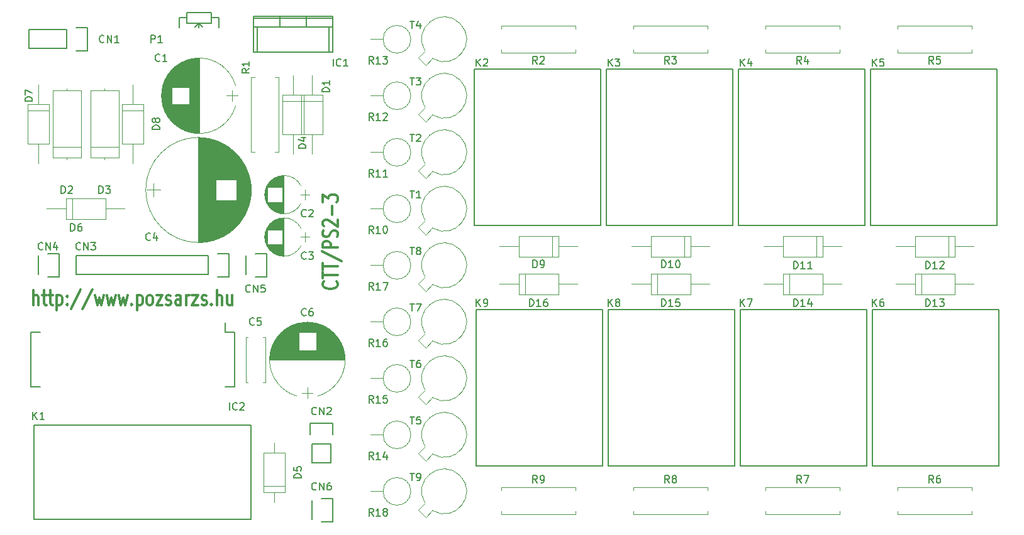
<source format=gbr>
G04 #@! TF.FileFunction,Legend,Top*
%FSLAX46Y46*%
G04 Gerber Fmt 4.6, Leading zero omitted, Abs format (unit mm)*
G04 Created by KiCad (PCBNEW 4.0.5+dfsg1-4+deb9u1) date Tue Sep 20 19:36:37 2022*
%MOMM*%
%LPD*%
G01*
G04 APERTURE LIST*
%ADD10C,0.100000*%
%ADD11C,0.304800*%
%ADD12C,0.120000*%
%ADD13C,0.150000*%
G04 APERTURE END LIST*
D10*
D11*
X79356860Y-101884238D02*
X79356860Y-99852238D01*
X80010003Y-101884238D02*
X80010003Y-100819857D01*
X79937432Y-100626333D01*
X79792289Y-100529571D01*
X79574574Y-100529571D01*
X79429432Y-100626333D01*
X79356860Y-100723095D01*
X80518003Y-100529571D02*
X81098574Y-100529571D01*
X80735717Y-99852238D02*
X80735717Y-101593952D01*
X80808289Y-101787476D01*
X80953431Y-101884238D01*
X81098574Y-101884238D01*
X81388860Y-100529571D02*
X81969431Y-100529571D01*
X81606574Y-99852238D02*
X81606574Y-101593952D01*
X81679146Y-101787476D01*
X81824288Y-101884238D01*
X81969431Y-101884238D01*
X82477431Y-100529571D02*
X82477431Y-102561571D01*
X82477431Y-100626333D02*
X82622574Y-100529571D01*
X82912860Y-100529571D01*
X83058003Y-100626333D01*
X83130574Y-100723095D01*
X83203145Y-100916619D01*
X83203145Y-101497190D01*
X83130574Y-101690714D01*
X83058003Y-101787476D01*
X82912860Y-101884238D01*
X82622574Y-101884238D01*
X82477431Y-101787476D01*
X83856288Y-101690714D02*
X83928860Y-101787476D01*
X83856288Y-101884238D01*
X83783717Y-101787476D01*
X83856288Y-101690714D01*
X83856288Y-101884238D01*
X83856288Y-100626333D02*
X83928860Y-100723095D01*
X83856288Y-100819857D01*
X83783717Y-100723095D01*
X83856288Y-100626333D01*
X83856288Y-100819857D01*
X85670574Y-99755476D02*
X84364288Y-102368048D01*
X87267145Y-99755476D02*
X85960859Y-102368048D01*
X87630001Y-100529571D02*
X87920287Y-101884238D01*
X88210573Y-100916619D01*
X88500858Y-101884238D01*
X88791144Y-100529571D01*
X89226572Y-100529571D02*
X89516858Y-101884238D01*
X89807144Y-100916619D01*
X90097429Y-101884238D01*
X90387715Y-100529571D01*
X90823143Y-100529571D02*
X91113429Y-101884238D01*
X91403715Y-100916619D01*
X91694000Y-101884238D01*
X91984286Y-100529571D01*
X92564857Y-101690714D02*
X92637429Y-101787476D01*
X92564857Y-101884238D01*
X92492286Y-101787476D01*
X92564857Y-101690714D01*
X92564857Y-101884238D01*
X93290571Y-100529571D02*
X93290571Y-102561571D01*
X93290571Y-100626333D02*
X93435714Y-100529571D01*
X93726000Y-100529571D01*
X93871143Y-100626333D01*
X93943714Y-100723095D01*
X94016285Y-100916619D01*
X94016285Y-101497190D01*
X93943714Y-101690714D01*
X93871143Y-101787476D01*
X93726000Y-101884238D01*
X93435714Y-101884238D01*
X93290571Y-101787476D01*
X94887142Y-101884238D02*
X94742000Y-101787476D01*
X94669428Y-101690714D01*
X94596857Y-101497190D01*
X94596857Y-100916619D01*
X94669428Y-100723095D01*
X94742000Y-100626333D01*
X94887142Y-100529571D01*
X95104857Y-100529571D01*
X95250000Y-100626333D01*
X95322571Y-100723095D01*
X95395142Y-100916619D01*
X95395142Y-101497190D01*
X95322571Y-101690714D01*
X95250000Y-101787476D01*
X95104857Y-101884238D01*
X94887142Y-101884238D01*
X95903142Y-100529571D02*
X96701428Y-100529571D01*
X95903142Y-101884238D01*
X96701428Y-101884238D01*
X97209428Y-101787476D02*
X97354571Y-101884238D01*
X97644856Y-101884238D01*
X97789999Y-101787476D01*
X97862571Y-101593952D01*
X97862571Y-101497190D01*
X97789999Y-101303667D01*
X97644856Y-101206905D01*
X97427142Y-101206905D01*
X97281999Y-101110143D01*
X97209428Y-100916619D01*
X97209428Y-100819857D01*
X97281999Y-100626333D01*
X97427142Y-100529571D01*
X97644856Y-100529571D01*
X97789999Y-100626333D01*
X99168856Y-101884238D02*
X99168856Y-100819857D01*
X99096285Y-100626333D01*
X98951142Y-100529571D01*
X98660856Y-100529571D01*
X98515713Y-100626333D01*
X99168856Y-101787476D02*
X99023713Y-101884238D01*
X98660856Y-101884238D01*
X98515713Y-101787476D01*
X98443142Y-101593952D01*
X98443142Y-101400429D01*
X98515713Y-101206905D01*
X98660856Y-101110143D01*
X99023713Y-101110143D01*
X99168856Y-101013381D01*
X99894570Y-101884238D02*
X99894570Y-100529571D01*
X99894570Y-100916619D02*
X99967142Y-100723095D01*
X100039713Y-100626333D01*
X100184856Y-100529571D01*
X100329999Y-100529571D01*
X100692856Y-100529571D02*
X101491142Y-100529571D01*
X100692856Y-101884238D01*
X101491142Y-101884238D01*
X101999142Y-101787476D02*
X102144285Y-101884238D01*
X102434570Y-101884238D01*
X102579713Y-101787476D01*
X102652285Y-101593952D01*
X102652285Y-101497190D01*
X102579713Y-101303667D01*
X102434570Y-101206905D01*
X102216856Y-101206905D01*
X102071713Y-101110143D01*
X101999142Y-100916619D01*
X101999142Y-100819857D01*
X102071713Y-100626333D01*
X102216856Y-100529571D01*
X102434570Y-100529571D01*
X102579713Y-100626333D01*
X103305427Y-101690714D02*
X103377999Y-101787476D01*
X103305427Y-101884238D01*
X103232856Y-101787476D01*
X103305427Y-101690714D01*
X103305427Y-101884238D01*
X104031141Y-101884238D02*
X104031141Y-99852238D01*
X104684284Y-101884238D02*
X104684284Y-100819857D01*
X104611713Y-100626333D01*
X104466570Y-100529571D01*
X104248855Y-100529571D01*
X104103713Y-100626333D01*
X104031141Y-100723095D01*
X106063141Y-100529571D02*
X106063141Y-101884238D01*
X105409998Y-100529571D02*
X105409998Y-101593952D01*
X105482570Y-101787476D01*
X105627712Y-101884238D01*
X105845427Y-101884238D01*
X105990570Y-101787476D01*
X106063141Y-101690714D01*
X120105714Y-98715286D02*
X120202476Y-98787857D01*
X120299238Y-99005571D01*
X120299238Y-99150714D01*
X120202476Y-99368429D01*
X120008952Y-99513571D01*
X119815429Y-99586143D01*
X119428381Y-99658714D01*
X119138095Y-99658714D01*
X118751048Y-99586143D01*
X118557524Y-99513571D01*
X118364000Y-99368429D01*
X118267238Y-99150714D01*
X118267238Y-99005571D01*
X118364000Y-98787857D01*
X118460762Y-98715286D01*
X118267238Y-98279857D02*
X118267238Y-97409000D01*
X120299238Y-97844429D02*
X118267238Y-97844429D01*
X118267238Y-97118714D02*
X118267238Y-96247857D01*
X120299238Y-96683286D02*
X118267238Y-96683286D01*
X118170476Y-94651285D02*
X120783048Y-95957571D01*
X120299238Y-94143286D02*
X118267238Y-94143286D01*
X118267238Y-93562714D01*
X118364000Y-93417572D01*
X118460762Y-93345000D01*
X118654286Y-93272429D01*
X118944571Y-93272429D01*
X119138095Y-93345000D01*
X119234857Y-93417572D01*
X119331619Y-93562714D01*
X119331619Y-94143286D01*
X120202476Y-92691857D02*
X120299238Y-92474143D01*
X120299238Y-92111286D01*
X120202476Y-91966143D01*
X120105714Y-91893572D01*
X119912190Y-91821000D01*
X119718667Y-91821000D01*
X119525143Y-91893572D01*
X119428381Y-91966143D01*
X119331619Y-92111286D01*
X119234857Y-92401572D01*
X119138095Y-92546714D01*
X119041333Y-92619286D01*
X118847810Y-92691857D01*
X118654286Y-92691857D01*
X118460762Y-92619286D01*
X118364000Y-92546714D01*
X118267238Y-92401572D01*
X118267238Y-92038714D01*
X118364000Y-91821000D01*
X118460762Y-91240428D02*
X118364000Y-91167857D01*
X118267238Y-91022714D01*
X118267238Y-90659857D01*
X118364000Y-90514714D01*
X118460762Y-90442143D01*
X118654286Y-90369571D01*
X118847810Y-90369571D01*
X119138095Y-90442143D01*
X120299238Y-91313000D01*
X120299238Y-90369571D01*
X119525143Y-89716428D02*
X119525143Y-88555285D01*
X118267238Y-87974714D02*
X118267238Y-87031285D01*
X119041333Y-87539285D01*
X119041333Y-87321571D01*
X119138095Y-87176428D01*
X119234857Y-87103857D01*
X119428381Y-87031285D01*
X119912190Y-87031285D01*
X120105714Y-87103857D01*
X120202476Y-87176428D01*
X120299238Y-87321571D01*
X120299238Y-87756999D01*
X120202476Y-87902142D01*
X120105714Y-87974714D01*
D12*
X118250000Y-73540000D02*
X115430000Y-73540000D01*
X115430000Y-73540000D02*
X115430000Y-78860000D01*
X115430000Y-78860000D02*
X118250000Y-78860000D01*
X118250000Y-78860000D02*
X118250000Y-73540000D01*
X116840000Y-70930000D02*
X116840000Y-73540000D01*
X116840000Y-81470000D02*
X116840000Y-78860000D01*
X118250000Y-74380000D02*
X115430000Y-74380000D01*
X81910000Y-81980000D02*
X85730000Y-81980000D01*
X85730000Y-81980000D02*
X85730000Y-72960000D01*
X85730000Y-72960000D02*
X81910000Y-72960000D01*
X81910000Y-72960000D02*
X81910000Y-81980000D01*
X83820000Y-82240000D02*
X83820000Y-81980000D01*
X83820000Y-72700000D02*
X83820000Y-72960000D01*
X81910000Y-80585000D02*
X85730000Y-80585000D01*
X86990000Y-81980000D02*
X90810000Y-81980000D01*
X90810000Y-81980000D02*
X90810000Y-72960000D01*
X90810000Y-72960000D02*
X86990000Y-72960000D01*
X86990000Y-72960000D02*
X86990000Y-81980000D01*
X88900000Y-82240000D02*
X88900000Y-81980000D01*
X88900000Y-72700000D02*
X88900000Y-72960000D01*
X86990000Y-80585000D02*
X90810000Y-80585000D01*
D13*
X110770000Y-98070000D02*
X109220000Y-98070000D01*
X109220000Y-94970000D02*
X110770000Y-94970000D01*
X110770000Y-94970000D02*
X110770000Y-98070000D01*
X107950000Y-95250000D02*
X107950000Y-97790000D01*
D12*
X108630000Y-86360000D02*
G75*
G03X108630000Y-86360000I-7090000J0D01*
G01*
X101540000Y-79310000D02*
X101540000Y-93410000D01*
X101580000Y-79310000D02*
X101580000Y-93410000D01*
X101620000Y-79310000D02*
X101620000Y-93410000D01*
X101660000Y-79311000D02*
X101660000Y-93409000D01*
X101700000Y-79311000D02*
X101700000Y-93409000D01*
X101740000Y-79312000D02*
X101740000Y-93408000D01*
X101780000Y-79314000D02*
X101780000Y-93406000D01*
X101820000Y-79315000D02*
X101820000Y-93405000D01*
X101860000Y-79317000D02*
X101860000Y-93403000D01*
X101900000Y-79319000D02*
X101900000Y-93401000D01*
X101940000Y-79321000D02*
X101940000Y-93399000D01*
X101980000Y-79323000D02*
X101980000Y-93397000D01*
X102020000Y-79326000D02*
X102020000Y-93394000D01*
X102060000Y-79329000D02*
X102060000Y-93391000D01*
X102100000Y-79332000D02*
X102100000Y-93388000D01*
X102140000Y-79335000D02*
X102140000Y-93385000D01*
X102180000Y-79338000D02*
X102180000Y-93382000D01*
X102220000Y-79342000D02*
X102220000Y-93378000D01*
X102261000Y-79346000D02*
X102261000Y-93374000D01*
X102301000Y-79350000D02*
X102301000Y-93370000D01*
X102341000Y-79355000D02*
X102341000Y-93365000D01*
X102381000Y-79359000D02*
X102381000Y-93361000D01*
X102421000Y-79364000D02*
X102421000Y-93356000D01*
X102461000Y-79369000D02*
X102461000Y-93351000D01*
X102501000Y-79375000D02*
X102501000Y-93345000D01*
X102541000Y-79380000D02*
X102541000Y-93340000D01*
X102581000Y-79386000D02*
X102581000Y-93334000D01*
X102621000Y-79392000D02*
X102621000Y-93328000D01*
X102661000Y-79399000D02*
X102661000Y-93321000D01*
X102701000Y-79405000D02*
X102701000Y-93315000D01*
X102741000Y-79412000D02*
X102741000Y-93308000D01*
X102781000Y-79419000D02*
X102781000Y-93301000D01*
X102821000Y-79426000D02*
X102821000Y-93294000D01*
X102861000Y-79433000D02*
X102861000Y-93287000D01*
X102901000Y-79441000D02*
X102901000Y-93279000D01*
X102941000Y-79449000D02*
X102941000Y-93271000D01*
X102981000Y-79457000D02*
X102981000Y-93263000D01*
X103021000Y-79466000D02*
X103021000Y-93254000D01*
X103061000Y-79474000D02*
X103061000Y-93246000D01*
X103101000Y-79483000D02*
X103101000Y-93237000D01*
X103141000Y-79492000D02*
X103141000Y-93228000D01*
X103181000Y-79502000D02*
X103181000Y-93218000D01*
X103221000Y-79511000D02*
X103221000Y-93209000D01*
X103261000Y-79521000D02*
X103261000Y-93199000D01*
X103301000Y-79531000D02*
X103301000Y-93189000D01*
X103341000Y-79542000D02*
X103341000Y-93178000D01*
X103381000Y-79552000D02*
X103381000Y-93168000D01*
X103421000Y-79563000D02*
X103421000Y-93157000D01*
X103461000Y-79574000D02*
X103461000Y-93146000D01*
X103501000Y-79586000D02*
X103501000Y-93134000D01*
X103541000Y-79597000D02*
X103541000Y-93123000D01*
X103581000Y-79609000D02*
X103581000Y-93111000D01*
X103621000Y-79621000D02*
X103621000Y-93099000D01*
X103661000Y-79634000D02*
X103661000Y-93086000D01*
X103701000Y-79647000D02*
X103701000Y-93073000D01*
X103741000Y-79659000D02*
X103741000Y-93061000D01*
X103781000Y-79673000D02*
X103781000Y-93047000D01*
X103821000Y-79686000D02*
X103821000Y-93034000D01*
X103861000Y-79700000D02*
X103861000Y-93020000D01*
X103901000Y-79714000D02*
X103901000Y-93006000D01*
X103941000Y-79728000D02*
X103941000Y-84980000D01*
X103941000Y-87740000D02*
X103941000Y-92992000D01*
X103981000Y-79743000D02*
X103981000Y-84980000D01*
X103981000Y-87740000D02*
X103981000Y-92977000D01*
X104021000Y-79757000D02*
X104021000Y-84980000D01*
X104021000Y-87740000D02*
X104021000Y-92963000D01*
X104061000Y-79772000D02*
X104061000Y-84980000D01*
X104061000Y-87740000D02*
X104061000Y-92948000D01*
X104101000Y-79788000D02*
X104101000Y-84980000D01*
X104101000Y-87740000D02*
X104101000Y-92932000D01*
X104141000Y-79803000D02*
X104141000Y-84980000D01*
X104141000Y-87740000D02*
X104141000Y-92917000D01*
X104181000Y-79819000D02*
X104181000Y-84980000D01*
X104181000Y-87740000D02*
X104181000Y-92901000D01*
X104221000Y-79836000D02*
X104221000Y-84980000D01*
X104221000Y-87740000D02*
X104221000Y-92884000D01*
X104261000Y-79852000D02*
X104261000Y-84980000D01*
X104261000Y-87740000D02*
X104261000Y-92868000D01*
X104301000Y-79869000D02*
X104301000Y-84980000D01*
X104301000Y-87740000D02*
X104301000Y-92851000D01*
X104341000Y-79886000D02*
X104341000Y-84980000D01*
X104341000Y-87740000D02*
X104341000Y-92834000D01*
X104381000Y-79903000D02*
X104381000Y-84980000D01*
X104381000Y-87740000D02*
X104381000Y-92817000D01*
X104421000Y-79921000D02*
X104421000Y-84980000D01*
X104421000Y-87740000D02*
X104421000Y-92799000D01*
X104461000Y-79939000D02*
X104461000Y-84980000D01*
X104461000Y-87740000D02*
X104461000Y-92781000D01*
X104501000Y-79957000D02*
X104501000Y-84980000D01*
X104501000Y-87740000D02*
X104501000Y-92763000D01*
X104541000Y-79975000D02*
X104541000Y-84980000D01*
X104541000Y-87740000D02*
X104541000Y-92745000D01*
X104581000Y-79994000D02*
X104581000Y-84980000D01*
X104581000Y-87740000D02*
X104581000Y-92726000D01*
X104621000Y-80013000D02*
X104621000Y-84980000D01*
X104621000Y-87740000D02*
X104621000Y-92707000D01*
X104661000Y-80033000D02*
X104661000Y-84980000D01*
X104661000Y-87740000D02*
X104661000Y-92687000D01*
X104701000Y-80053000D02*
X104701000Y-84980000D01*
X104701000Y-87740000D02*
X104701000Y-92667000D01*
X104741000Y-80073000D02*
X104741000Y-84980000D01*
X104741000Y-87740000D02*
X104741000Y-92647000D01*
X104781000Y-80093000D02*
X104781000Y-84980000D01*
X104781000Y-87740000D02*
X104781000Y-92627000D01*
X104821000Y-80114000D02*
X104821000Y-84980000D01*
X104821000Y-87740000D02*
X104821000Y-92606000D01*
X104861000Y-80135000D02*
X104861000Y-84980000D01*
X104861000Y-87740000D02*
X104861000Y-92585000D01*
X104901000Y-80156000D02*
X104901000Y-84980000D01*
X104901000Y-87740000D02*
X104901000Y-92564000D01*
X104941000Y-80178000D02*
X104941000Y-84980000D01*
X104941000Y-87740000D02*
X104941000Y-92542000D01*
X104981000Y-80200000D02*
X104981000Y-84980000D01*
X104981000Y-87740000D02*
X104981000Y-92520000D01*
X105021000Y-80222000D02*
X105021000Y-84980000D01*
X105021000Y-87740000D02*
X105021000Y-92498000D01*
X105061000Y-80245000D02*
X105061000Y-84980000D01*
X105061000Y-87740000D02*
X105061000Y-92475000D01*
X105101000Y-80268000D02*
X105101000Y-84980000D01*
X105101000Y-87740000D02*
X105101000Y-92452000D01*
X105141000Y-80291000D02*
X105141000Y-84980000D01*
X105141000Y-87740000D02*
X105141000Y-92429000D01*
X105181000Y-80315000D02*
X105181000Y-84980000D01*
X105181000Y-87740000D02*
X105181000Y-92405000D01*
X105221000Y-80339000D02*
X105221000Y-84980000D01*
X105221000Y-87740000D02*
X105221000Y-92381000D01*
X105261000Y-80364000D02*
X105261000Y-84980000D01*
X105261000Y-87740000D02*
X105261000Y-92356000D01*
X105301000Y-80389000D02*
X105301000Y-84980000D01*
X105301000Y-87740000D02*
X105301000Y-92331000D01*
X105341000Y-80414000D02*
X105341000Y-84980000D01*
X105341000Y-87740000D02*
X105341000Y-92306000D01*
X105381000Y-80439000D02*
X105381000Y-84980000D01*
X105381000Y-87740000D02*
X105381000Y-92281000D01*
X105421000Y-80465000D02*
X105421000Y-84980000D01*
X105421000Y-87740000D02*
X105421000Y-92255000D01*
X105461000Y-80492000D02*
X105461000Y-84980000D01*
X105461000Y-87740000D02*
X105461000Y-92228000D01*
X105501000Y-80518000D02*
X105501000Y-84980000D01*
X105501000Y-87740000D02*
X105501000Y-92202000D01*
X105541000Y-80546000D02*
X105541000Y-84980000D01*
X105541000Y-87740000D02*
X105541000Y-92174000D01*
X105581000Y-80573000D02*
X105581000Y-84980000D01*
X105581000Y-87740000D02*
X105581000Y-92147000D01*
X105621000Y-80601000D02*
X105621000Y-84980000D01*
X105621000Y-87740000D02*
X105621000Y-92119000D01*
X105661000Y-80629000D02*
X105661000Y-84980000D01*
X105661000Y-87740000D02*
X105661000Y-92091000D01*
X105701000Y-80658000D02*
X105701000Y-84980000D01*
X105701000Y-87740000D02*
X105701000Y-92062000D01*
X105741000Y-80687000D02*
X105741000Y-84980000D01*
X105741000Y-87740000D02*
X105741000Y-92033000D01*
X105781000Y-80717000D02*
X105781000Y-84980000D01*
X105781000Y-87740000D02*
X105781000Y-92003000D01*
X105821000Y-80747000D02*
X105821000Y-84980000D01*
X105821000Y-87740000D02*
X105821000Y-91973000D01*
X105861000Y-80778000D02*
X105861000Y-84980000D01*
X105861000Y-87740000D02*
X105861000Y-91942000D01*
X105901000Y-80809000D02*
X105901000Y-84980000D01*
X105901000Y-87740000D02*
X105901000Y-91911000D01*
X105941000Y-80840000D02*
X105941000Y-84980000D01*
X105941000Y-87740000D02*
X105941000Y-91880000D01*
X105981000Y-80872000D02*
X105981000Y-84980000D01*
X105981000Y-87740000D02*
X105981000Y-91848000D01*
X106021000Y-80904000D02*
X106021000Y-84980000D01*
X106021000Y-87740000D02*
X106021000Y-91816000D01*
X106061000Y-80937000D02*
X106061000Y-84980000D01*
X106061000Y-87740000D02*
X106061000Y-91783000D01*
X106101000Y-80970000D02*
X106101000Y-84980000D01*
X106101000Y-87740000D02*
X106101000Y-91750000D01*
X106141000Y-81004000D02*
X106141000Y-84980000D01*
X106141000Y-87740000D02*
X106141000Y-91716000D01*
X106181000Y-81039000D02*
X106181000Y-84980000D01*
X106181000Y-87740000D02*
X106181000Y-91681000D01*
X106221000Y-81074000D02*
X106221000Y-84980000D01*
X106221000Y-87740000D02*
X106221000Y-91646000D01*
X106261000Y-81109000D02*
X106261000Y-84980000D01*
X106261000Y-87740000D02*
X106261000Y-91611000D01*
X106301000Y-81145000D02*
X106301000Y-84980000D01*
X106301000Y-87740000D02*
X106301000Y-91575000D01*
X106341000Y-81181000D02*
X106341000Y-84980000D01*
X106341000Y-87740000D02*
X106341000Y-91539000D01*
X106381000Y-81219000D02*
X106381000Y-84980000D01*
X106381000Y-87740000D02*
X106381000Y-91501000D01*
X106421000Y-81256000D02*
X106421000Y-84980000D01*
X106421000Y-87740000D02*
X106421000Y-91464000D01*
X106461000Y-81294000D02*
X106461000Y-84980000D01*
X106461000Y-87740000D02*
X106461000Y-91426000D01*
X106501000Y-81333000D02*
X106501000Y-84980000D01*
X106501000Y-87740000D02*
X106501000Y-91387000D01*
X106541000Y-81373000D02*
X106541000Y-84980000D01*
X106541000Y-87740000D02*
X106541000Y-91347000D01*
X106581000Y-81413000D02*
X106581000Y-84980000D01*
X106581000Y-87740000D02*
X106581000Y-91307000D01*
X106621000Y-81454000D02*
X106621000Y-84980000D01*
X106621000Y-87740000D02*
X106621000Y-91266000D01*
X106661000Y-81495000D02*
X106661000Y-84980000D01*
X106661000Y-87740000D02*
X106661000Y-91225000D01*
X106701000Y-81537000D02*
X106701000Y-91183000D01*
X106741000Y-81580000D02*
X106741000Y-91140000D01*
X106781000Y-81623000D02*
X106781000Y-91097000D01*
X106821000Y-81668000D02*
X106821000Y-91052000D01*
X106861000Y-81713000D02*
X106861000Y-91007000D01*
X106901000Y-81759000D02*
X106901000Y-90961000D01*
X106941000Y-81805000D02*
X106941000Y-90915000D01*
X106981000Y-81853000D02*
X106981000Y-90867000D01*
X107021000Y-81901000D02*
X107021000Y-90819000D01*
X107061000Y-81950000D02*
X107061000Y-90770000D01*
X107101000Y-82000000D02*
X107101000Y-90720000D01*
X107141000Y-82051000D02*
X107141000Y-90669000D01*
X107181000Y-82103000D02*
X107181000Y-90617000D01*
X107221000Y-82156000D02*
X107221000Y-90564000D01*
X107261000Y-82210000D02*
X107261000Y-90510000D01*
X107301000Y-82265000D02*
X107301000Y-90455000D01*
X107341000Y-82322000D02*
X107341000Y-90398000D01*
X107381000Y-82379000D02*
X107381000Y-90341000D01*
X107421000Y-82438000D02*
X107421000Y-90282000D01*
X107461000Y-82498000D02*
X107461000Y-90222000D01*
X107501000Y-82559000D02*
X107501000Y-90161000D01*
X107541000Y-82622000D02*
X107541000Y-90098000D01*
X107581000Y-82686000D02*
X107581000Y-90034000D01*
X107621000Y-82752000D02*
X107621000Y-89968000D01*
X107661000Y-82820000D02*
X107661000Y-89900000D01*
X107701000Y-82889000D02*
X107701000Y-89831000D01*
X107741000Y-82960000D02*
X107741000Y-89760000D01*
X107781000Y-83033000D02*
X107781000Y-89687000D01*
X107821000Y-83109000D02*
X107821000Y-89611000D01*
X107861000Y-83186000D02*
X107861000Y-89534000D01*
X107901000Y-83266000D02*
X107901000Y-89454000D01*
X107941000Y-83349000D02*
X107941000Y-89371000D01*
X107981000Y-83434000D02*
X107981000Y-89286000D01*
X108021000Y-83522000D02*
X108021000Y-89198000D01*
X108061000Y-83614000D02*
X108061000Y-89106000D01*
X108101000Y-83710000D02*
X108101000Y-89010000D01*
X108141000Y-83810000D02*
X108141000Y-88910000D01*
X108181000Y-83914000D02*
X108181000Y-88806000D01*
X108221000Y-84023000D02*
X108221000Y-88697000D01*
X108261000Y-84139000D02*
X108261000Y-88581000D01*
X108301000Y-84262000D02*
X108301000Y-88458000D01*
X108341000Y-84392000D02*
X108341000Y-88328000D01*
X108381000Y-84533000D02*
X108381000Y-88187000D01*
X108421000Y-84687000D02*
X108421000Y-88033000D01*
X108461000Y-84856000D02*
X108461000Y-87864000D01*
X108501000Y-85048000D02*
X108501000Y-87672000D01*
X108541000Y-85273000D02*
X108541000Y-87447000D01*
X108581000Y-85559000D02*
X108581000Y-87161000D01*
X108621000Y-86023000D02*
X108621000Y-86697000D01*
X94590000Y-86360000D02*
X96390000Y-86360000D01*
X95490000Y-85460000D02*
X95490000Y-87260000D01*
X110744278Y-93889723D02*
G75*
G03X115355580Y-93890000I2305722J1179723D01*
G01*
X110744278Y-91530277D02*
G75*
G02X115355580Y-91530000I2305722J-1179723D01*
G01*
X110744278Y-91530277D02*
G75*
G03X110744420Y-93890000I2305722J-1179723D01*
G01*
X113050000Y-95260000D02*
X113050000Y-90160000D01*
X113010000Y-95260000D02*
X113010000Y-90160000D01*
X112970000Y-95259000D02*
X112970000Y-90161000D01*
X112930000Y-95258000D02*
X112930000Y-90162000D01*
X112890000Y-95256000D02*
X112890000Y-90164000D01*
X112850000Y-95253000D02*
X112850000Y-90167000D01*
X112810000Y-95249000D02*
X112810000Y-90171000D01*
X112770000Y-95245000D02*
X112770000Y-93690000D01*
X112770000Y-91730000D02*
X112770000Y-90175000D01*
X112730000Y-95241000D02*
X112730000Y-93690000D01*
X112730000Y-91730000D02*
X112730000Y-90179000D01*
X112690000Y-95235000D02*
X112690000Y-93690000D01*
X112690000Y-91730000D02*
X112690000Y-90185000D01*
X112650000Y-95229000D02*
X112650000Y-93690000D01*
X112650000Y-91730000D02*
X112650000Y-90191000D01*
X112610000Y-95223000D02*
X112610000Y-93690000D01*
X112610000Y-91730000D02*
X112610000Y-90197000D01*
X112570000Y-95216000D02*
X112570000Y-93690000D01*
X112570000Y-91730000D02*
X112570000Y-90204000D01*
X112530000Y-95208000D02*
X112530000Y-93690000D01*
X112530000Y-91730000D02*
X112530000Y-90212000D01*
X112490000Y-95199000D02*
X112490000Y-93690000D01*
X112490000Y-91730000D02*
X112490000Y-90221000D01*
X112450000Y-95190000D02*
X112450000Y-93690000D01*
X112450000Y-91730000D02*
X112450000Y-90230000D01*
X112410000Y-95180000D02*
X112410000Y-93690000D01*
X112410000Y-91730000D02*
X112410000Y-90240000D01*
X112370000Y-95170000D02*
X112370000Y-93690000D01*
X112370000Y-91730000D02*
X112370000Y-90250000D01*
X112329000Y-95158000D02*
X112329000Y-93690000D01*
X112329000Y-91730000D02*
X112329000Y-90262000D01*
X112289000Y-95146000D02*
X112289000Y-93690000D01*
X112289000Y-91730000D02*
X112289000Y-90274000D01*
X112249000Y-95134000D02*
X112249000Y-93690000D01*
X112249000Y-91730000D02*
X112249000Y-90286000D01*
X112209000Y-95120000D02*
X112209000Y-93690000D01*
X112209000Y-91730000D02*
X112209000Y-90300000D01*
X112169000Y-95106000D02*
X112169000Y-93690000D01*
X112169000Y-91730000D02*
X112169000Y-90314000D01*
X112129000Y-95092000D02*
X112129000Y-93690000D01*
X112129000Y-91730000D02*
X112129000Y-90328000D01*
X112089000Y-95076000D02*
X112089000Y-93690000D01*
X112089000Y-91730000D02*
X112089000Y-90344000D01*
X112049000Y-95060000D02*
X112049000Y-93690000D01*
X112049000Y-91730000D02*
X112049000Y-90360000D01*
X112009000Y-95043000D02*
X112009000Y-93690000D01*
X112009000Y-91730000D02*
X112009000Y-90377000D01*
X111969000Y-95025000D02*
X111969000Y-93690000D01*
X111969000Y-91730000D02*
X111969000Y-90395000D01*
X111929000Y-95006000D02*
X111929000Y-93690000D01*
X111929000Y-91730000D02*
X111929000Y-90414000D01*
X111889000Y-94986000D02*
X111889000Y-93690000D01*
X111889000Y-91730000D02*
X111889000Y-90434000D01*
X111849000Y-94966000D02*
X111849000Y-93690000D01*
X111849000Y-91730000D02*
X111849000Y-90454000D01*
X111809000Y-94944000D02*
X111809000Y-93690000D01*
X111809000Y-91730000D02*
X111809000Y-90476000D01*
X111769000Y-94922000D02*
X111769000Y-93690000D01*
X111769000Y-91730000D02*
X111769000Y-90498000D01*
X111729000Y-94899000D02*
X111729000Y-93690000D01*
X111729000Y-91730000D02*
X111729000Y-90521000D01*
X111689000Y-94875000D02*
X111689000Y-93690000D01*
X111689000Y-91730000D02*
X111689000Y-90545000D01*
X111649000Y-94850000D02*
X111649000Y-93690000D01*
X111649000Y-91730000D02*
X111649000Y-90570000D01*
X111609000Y-94823000D02*
X111609000Y-93690000D01*
X111609000Y-91730000D02*
X111609000Y-90597000D01*
X111569000Y-94796000D02*
X111569000Y-93690000D01*
X111569000Y-91730000D02*
X111569000Y-90624000D01*
X111529000Y-94768000D02*
X111529000Y-93690000D01*
X111529000Y-91730000D02*
X111529000Y-90652000D01*
X111489000Y-94738000D02*
X111489000Y-93690000D01*
X111489000Y-91730000D02*
X111489000Y-90682000D01*
X111449000Y-94707000D02*
X111449000Y-93690000D01*
X111449000Y-91730000D02*
X111449000Y-90713000D01*
X111409000Y-94675000D02*
X111409000Y-93690000D01*
X111409000Y-91730000D02*
X111409000Y-90745000D01*
X111369000Y-94642000D02*
X111369000Y-93690000D01*
X111369000Y-91730000D02*
X111369000Y-90778000D01*
X111329000Y-94607000D02*
X111329000Y-93690000D01*
X111329000Y-91730000D02*
X111329000Y-90813000D01*
X111289000Y-94571000D02*
X111289000Y-93690000D01*
X111289000Y-91730000D02*
X111289000Y-90849000D01*
X111249000Y-94533000D02*
X111249000Y-93690000D01*
X111249000Y-91730000D02*
X111249000Y-90887000D01*
X111209000Y-94493000D02*
X111209000Y-93690000D01*
X111209000Y-91730000D02*
X111209000Y-90927000D01*
X111169000Y-94452000D02*
X111169000Y-93690000D01*
X111169000Y-91730000D02*
X111169000Y-90968000D01*
X111129000Y-94409000D02*
X111129000Y-93690000D01*
X111129000Y-91730000D02*
X111129000Y-91011000D01*
X111089000Y-94364000D02*
X111089000Y-93690000D01*
X111089000Y-91730000D02*
X111089000Y-91056000D01*
X111049000Y-94316000D02*
X111049000Y-93690000D01*
X111049000Y-91730000D02*
X111049000Y-91104000D01*
X111009000Y-94266000D02*
X111009000Y-93690000D01*
X111009000Y-91730000D02*
X111009000Y-91154000D01*
X110969000Y-94214000D02*
X110969000Y-93690000D01*
X110969000Y-91730000D02*
X110969000Y-91206000D01*
X110929000Y-94158000D02*
X110929000Y-93690000D01*
X110929000Y-91730000D02*
X110929000Y-91262000D01*
X110889000Y-94100000D02*
X110889000Y-93690000D01*
X110889000Y-91730000D02*
X110889000Y-91320000D01*
X110849000Y-94037000D02*
X110849000Y-93690000D01*
X110849000Y-91730000D02*
X110849000Y-91383000D01*
X110809000Y-93971000D02*
X110809000Y-91449000D01*
X110769000Y-93899000D02*
X110769000Y-91521000D01*
X110729000Y-93822000D02*
X110729000Y-91598000D01*
X110689000Y-93738000D02*
X110689000Y-91682000D01*
X110649000Y-93644000D02*
X110649000Y-91776000D01*
X110609000Y-93539000D02*
X110609000Y-91881000D01*
X110569000Y-93417000D02*
X110569000Y-92003000D01*
X110529000Y-93269000D02*
X110529000Y-92151000D01*
X110489000Y-93064000D02*
X110489000Y-92356000D01*
X116500000Y-92710000D02*
X115300000Y-92710000D01*
X115900000Y-93360000D02*
X115900000Y-92060000D01*
X96741563Y-75043264D02*
G75*
G03X106539357Y-75040000I4898437J1383264D01*
G01*
X96741563Y-72276736D02*
G75*
G02X106539357Y-72280000I4898437J-1383264D01*
G01*
X96741563Y-72276736D02*
G75*
G03X96740643Y-75040000I4898437J-1383264D01*
G01*
X101640000Y-78710000D02*
X101640000Y-68610000D01*
X101600000Y-78710000D02*
X101600000Y-68610000D01*
X101560000Y-78710000D02*
X101560000Y-68610000D01*
X101520000Y-78709000D02*
X101520000Y-68611000D01*
X101480000Y-78708000D02*
X101480000Y-68612000D01*
X101440000Y-78707000D02*
X101440000Y-68613000D01*
X101400000Y-78705000D02*
X101400000Y-68615000D01*
X101360000Y-78703000D02*
X101360000Y-68617000D01*
X101320000Y-78700000D02*
X101320000Y-68620000D01*
X101280000Y-78698000D02*
X101280000Y-68622000D01*
X101240000Y-78695000D02*
X101240000Y-68625000D01*
X101200000Y-78691000D02*
X101200000Y-68629000D01*
X101160000Y-78688000D02*
X101160000Y-68632000D01*
X101120000Y-78684000D02*
X101120000Y-68636000D01*
X101080000Y-78680000D02*
X101080000Y-68640000D01*
X101040000Y-78675000D02*
X101040000Y-68645000D01*
X101000000Y-78670000D02*
X101000000Y-68650000D01*
X100960000Y-78665000D02*
X100960000Y-68655000D01*
X100919000Y-78659000D02*
X100919000Y-68661000D01*
X100879000Y-78653000D02*
X100879000Y-68667000D01*
X100839000Y-78647000D02*
X100839000Y-68673000D01*
X100799000Y-78641000D02*
X100799000Y-68679000D01*
X100759000Y-78634000D02*
X100759000Y-68686000D01*
X100719000Y-78627000D02*
X100719000Y-68693000D01*
X100679000Y-78619000D02*
X100679000Y-68701000D01*
X100639000Y-78611000D02*
X100639000Y-68709000D01*
X100599000Y-78603000D02*
X100599000Y-68717000D01*
X100559000Y-78595000D02*
X100559000Y-68725000D01*
X100519000Y-78586000D02*
X100519000Y-68734000D01*
X100479000Y-78577000D02*
X100479000Y-68743000D01*
X100439000Y-78567000D02*
X100439000Y-68753000D01*
X100399000Y-78557000D02*
X100399000Y-68763000D01*
X100359000Y-78547000D02*
X100359000Y-68773000D01*
X100319000Y-78536000D02*
X100319000Y-74841000D01*
X100319000Y-72479000D02*
X100319000Y-68784000D01*
X100279000Y-78525000D02*
X100279000Y-74841000D01*
X100279000Y-72479000D02*
X100279000Y-68795000D01*
X100239000Y-78514000D02*
X100239000Y-74841000D01*
X100239000Y-72479000D02*
X100239000Y-68806000D01*
X100199000Y-78503000D02*
X100199000Y-74841000D01*
X100199000Y-72479000D02*
X100199000Y-68817000D01*
X100159000Y-78491000D02*
X100159000Y-74841000D01*
X100159000Y-72479000D02*
X100159000Y-68829000D01*
X100119000Y-78478000D02*
X100119000Y-74841000D01*
X100119000Y-72479000D02*
X100119000Y-68842000D01*
X100079000Y-78466000D02*
X100079000Y-74841000D01*
X100079000Y-72479000D02*
X100079000Y-68854000D01*
X100039000Y-78452000D02*
X100039000Y-74841000D01*
X100039000Y-72479000D02*
X100039000Y-68868000D01*
X99999000Y-78439000D02*
X99999000Y-74841000D01*
X99999000Y-72479000D02*
X99999000Y-68881000D01*
X99959000Y-78425000D02*
X99959000Y-74841000D01*
X99959000Y-72479000D02*
X99959000Y-68895000D01*
X99919000Y-78411000D02*
X99919000Y-74841000D01*
X99919000Y-72479000D02*
X99919000Y-68909000D01*
X99879000Y-78397000D02*
X99879000Y-74841000D01*
X99879000Y-72479000D02*
X99879000Y-68923000D01*
X99839000Y-78382000D02*
X99839000Y-74841000D01*
X99839000Y-72479000D02*
X99839000Y-68938000D01*
X99799000Y-78366000D02*
X99799000Y-74841000D01*
X99799000Y-72479000D02*
X99799000Y-68954000D01*
X99759000Y-78351000D02*
X99759000Y-74841000D01*
X99759000Y-72479000D02*
X99759000Y-68969000D01*
X99719000Y-78334000D02*
X99719000Y-74841000D01*
X99719000Y-72479000D02*
X99719000Y-68986000D01*
X99679000Y-78318000D02*
X99679000Y-74841000D01*
X99679000Y-72479000D02*
X99679000Y-69002000D01*
X99639000Y-78301000D02*
X99639000Y-74841000D01*
X99639000Y-72479000D02*
X99639000Y-69019000D01*
X99599000Y-78284000D02*
X99599000Y-74841000D01*
X99599000Y-72479000D02*
X99599000Y-69036000D01*
X99559000Y-78266000D02*
X99559000Y-74841000D01*
X99559000Y-72479000D02*
X99559000Y-69054000D01*
X99519000Y-78248000D02*
X99519000Y-74841000D01*
X99519000Y-72479000D02*
X99519000Y-69072000D01*
X99479000Y-78229000D02*
X99479000Y-74841000D01*
X99479000Y-72479000D02*
X99479000Y-69091000D01*
X99439000Y-78210000D02*
X99439000Y-74841000D01*
X99439000Y-72479000D02*
X99439000Y-69110000D01*
X99399000Y-78191000D02*
X99399000Y-74841000D01*
X99399000Y-72479000D02*
X99399000Y-69129000D01*
X99359000Y-78171000D02*
X99359000Y-74841000D01*
X99359000Y-72479000D02*
X99359000Y-69149000D01*
X99319000Y-78151000D02*
X99319000Y-74841000D01*
X99319000Y-72479000D02*
X99319000Y-69169000D01*
X99279000Y-78130000D02*
X99279000Y-74841000D01*
X99279000Y-72479000D02*
X99279000Y-69190000D01*
X99239000Y-78109000D02*
X99239000Y-74841000D01*
X99239000Y-72479000D02*
X99239000Y-69211000D01*
X99199000Y-78088000D02*
X99199000Y-74841000D01*
X99199000Y-72479000D02*
X99199000Y-69232000D01*
X99159000Y-78065000D02*
X99159000Y-74841000D01*
X99159000Y-72479000D02*
X99159000Y-69255000D01*
X99119000Y-78043000D02*
X99119000Y-74841000D01*
X99119000Y-72479000D02*
X99119000Y-69277000D01*
X99079000Y-78020000D02*
X99079000Y-74841000D01*
X99079000Y-72479000D02*
X99079000Y-69300000D01*
X99039000Y-77996000D02*
X99039000Y-74841000D01*
X99039000Y-72479000D02*
X99039000Y-69324000D01*
X98999000Y-77972000D02*
X98999000Y-74841000D01*
X98999000Y-72479000D02*
X98999000Y-69348000D01*
X98959000Y-77948000D02*
X98959000Y-74841000D01*
X98959000Y-72479000D02*
X98959000Y-69372000D01*
X98919000Y-77923000D02*
X98919000Y-74841000D01*
X98919000Y-72479000D02*
X98919000Y-69397000D01*
X98879000Y-77897000D02*
X98879000Y-74841000D01*
X98879000Y-72479000D02*
X98879000Y-69423000D01*
X98839000Y-77871000D02*
X98839000Y-74841000D01*
X98839000Y-72479000D02*
X98839000Y-69449000D01*
X98799000Y-77845000D02*
X98799000Y-74841000D01*
X98799000Y-72479000D02*
X98799000Y-69475000D01*
X98759000Y-77817000D02*
X98759000Y-74841000D01*
X98759000Y-72479000D02*
X98759000Y-69503000D01*
X98719000Y-77790000D02*
X98719000Y-74841000D01*
X98719000Y-72479000D02*
X98719000Y-69530000D01*
X98679000Y-77761000D02*
X98679000Y-74841000D01*
X98679000Y-72479000D02*
X98679000Y-69559000D01*
X98639000Y-77732000D02*
X98639000Y-74841000D01*
X98639000Y-72479000D02*
X98639000Y-69588000D01*
X98599000Y-77703000D02*
X98599000Y-74841000D01*
X98599000Y-72479000D02*
X98599000Y-69617000D01*
X98559000Y-77673000D02*
X98559000Y-74841000D01*
X98559000Y-72479000D02*
X98559000Y-69647000D01*
X98519000Y-77642000D02*
X98519000Y-74841000D01*
X98519000Y-72479000D02*
X98519000Y-69678000D01*
X98479000Y-77611000D02*
X98479000Y-74841000D01*
X98479000Y-72479000D02*
X98479000Y-69709000D01*
X98439000Y-77579000D02*
X98439000Y-74841000D01*
X98439000Y-72479000D02*
X98439000Y-69741000D01*
X98399000Y-77546000D02*
X98399000Y-74841000D01*
X98399000Y-72479000D02*
X98399000Y-69774000D01*
X98359000Y-77513000D02*
X98359000Y-74841000D01*
X98359000Y-72479000D02*
X98359000Y-69807000D01*
X98319000Y-77479000D02*
X98319000Y-74841000D01*
X98319000Y-72479000D02*
X98319000Y-69841000D01*
X98279000Y-77444000D02*
X98279000Y-74841000D01*
X98279000Y-72479000D02*
X98279000Y-69876000D01*
X98239000Y-77408000D02*
X98239000Y-74841000D01*
X98239000Y-72479000D02*
X98239000Y-69912000D01*
X98199000Y-77372000D02*
X98199000Y-74841000D01*
X98199000Y-72479000D02*
X98199000Y-69948000D01*
X98159000Y-77335000D02*
X98159000Y-74841000D01*
X98159000Y-72479000D02*
X98159000Y-69985000D01*
X98119000Y-77297000D02*
X98119000Y-74841000D01*
X98119000Y-72479000D02*
X98119000Y-70023000D01*
X98079000Y-77258000D02*
X98079000Y-74841000D01*
X98079000Y-72479000D02*
X98079000Y-70062000D01*
X98039000Y-77219000D02*
X98039000Y-74841000D01*
X98039000Y-72479000D02*
X98039000Y-70101000D01*
X97999000Y-77178000D02*
X97999000Y-74841000D01*
X97999000Y-72479000D02*
X97999000Y-70142000D01*
X97959000Y-77137000D02*
X97959000Y-70183000D01*
X97919000Y-77095000D02*
X97919000Y-70225000D01*
X97879000Y-77051000D02*
X97879000Y-70269000D01*
X97839000Y-77007000D02*
X97839000Y-70313000D01*
X97799000Y-76962000D02*
X97799000Y-70358000D01*
X97759000Y-76915000D02*
X97759000Y-70405000D01*
X97719000Y-76867000D02*
X97719000Y-70453000D01*
X97679000Y-76818000D02*
X97679000Y-70502000D01*
X97639000Y-76768000D02*
X97639000Y-70552000D01*
X97599000Y-76717000D02*
X97599000Y-70603000D01*
X97559000Y-76664000D02*
X97559000Y-70656000D01*
X97519000Y-76609000D02*
X97519000Y-70711000D01*
X97479000Y-76554000D02*
X97479000Y-70766000D01*
X97439000Y-76496000D02*
X97439000Y-70824000D01*
X97399000Y-76437000D02*
X97399000Y-70883000D01*
X97359000Y-76375000D02*
X97359000Y-70945000D01*
X97319000Y-76312000D02*
X97319000Y-71008000D01*
X97279000Y-76247000D02*
X97279000Y-71073000D01*
X97239000Y-76179000D02*
X97239000Y-71141000D01*
X97199000Y-76109000D02*
X97199000Y-71211000D01*
X97159000Y-76037000D02*
X97159000Y-71283000D01*
X97119000Y-75961000D02*
X97119000Y-71359000D01*
X97079000Y-75882000D02*
X97079000Y-71438000D01*
X97039000Y-75800000D02*
X97039000Y-71520000D01*
X96999000Y-75713000D02*
X96999000Y-71607000D01*
X96959000Y-75622000D02*
X96959000Y-71698000D01*
X96919000Y-75526000D02*
X96919000Y-71794000D01*
X96879000Y-75423000D02*
X96879000Y-71897000D01*
X96839000Y-75314000D02*
X96839000Y-72006000D01*
X96799000Y-75196000D02*
X96799000Y-72124000D01*
X96759000Y-75067000D02*
X96759000Y-72253000D01*
X96719000Y-74925000D02*
X96719000Y-72395000D01*
X96679000Y-74764000D02*
X96679000Y-72556000D01*
X96639000Y-74573000D02*
X96639000Y-72747000D01*
X96599000Y-74332000D02*
X96599000Y-72988000D01*
X96559000Y-73939000D02*
X96559000Y-73381000D01*
X106840000Y-73660000D02*
X105340000Y-73660000D01*
X106090000Y-74410000D02*
X106090000Y-72910000D01*
X114821736Y-104361563D02*
G75*
G03X114825000Y-114159357I1383264J-4898437D01*
G01*
X117588264Y-104361563D02*
G75*
G02X117585000Y-114159357I-1383264J-4898437D01*
G01*
X117588264Y-104361563D02*
G75*
G03X114825000Y-104360643I-1383264J-4898437D01*
G01*
X111155000Y-109260000D02*
X121255000Y-109260000D01*
X111155000Y-109220000D02*
X121255000Y-109220000D01*
X111155000Y-109180000D02*
X121255000Y-109180000D01*
X111156000Y-109140000D02*
X121254000Y-109140000D01*
X111157000Y-109100000D02*
X121253000Y-109100000D01*
X111158000Y-109060000D02*
X121252000Y-109060000D01*
X111160000Y-109020000D02*
X121250000Y-109020000D01*
X111162000Y-108980000D02*
X121248000Y-108980000D01*
X111165000Y-108940000D02*
X121245000Y-108940000D01*
X111167000Y-108900000D02*
X121243000Y-108900000D01*
X111170000Y-108860000D02*
X121240000Y-108860000D01*
X111174000Y-108820000D02*
X121236000Y-108820000D01*
X111177000Y-108780000D02*
X121233000Y-108780000D01*
X111181000Y-108740000D02*
X121229000Y-108740000D01*
X111185000Y-108700000D02*
X121225000Y-108700000D01*
X111190000Y-108660000D02*
X121220000Y-108660000D01*
X111195000Y-108620000D02*
X121215000Y-108620000D01*
X111200000Y-108580000D02*
X121210000Y-108580000D01*
X111206000Y-108539000D02*
X121204000Y-108539000D01*
X111212000Y-108499000D02*
X121198000Y-108499000D01*
X111218000Y-108459000D02*
X121192000Y-108459000D01*
X111224000Y-108419000D02*
X121186000Y-108419000D01*
X111231000Y-108379000D02*
X121179000Y-108379000D01*
X111238000Y-108339000D02*
X121172000Y-108339000D01*
X111246000Y-108299000D02*
X121164000Y-108299000D01*
X111254000Y-108259000D02*
X121156000Y-108259000D01*
X111262000Y-108219000D02*
X121148000Y-108219000D01*
X111270000Y-108179000D02*
X121140000Y-108179000D01*
X111279000Y-108139000D02*
X121131000Y-108139000D01*
X111288000Y-108099000D02*
X121122000Y-108099000D01*
X111298000Y-108059000D02*
X121112000Y-108059000D01*
X111308000Y-108019000D02*
X121102000Y-108019000D01*
X111318000Y-107979000D02*
X121092000Y-107979000D01*
X111329000Y-107939000D02*
X115024000Y-107939000D01*
X117386000Y-107939000D02*
X121081000Y-107939000D01*
X111340000Y-107899000D02*
X115024000Y-107899000D01*
X117386000Y-107899000D02*
X121070000Y-107899000D01*
X111351000Y-107859000D02*
X115024000Y-107859000D01*
X117386000Y-107859000D02*
X121059000Y-107859000D01*
X111362000Y-107819000D02*
X115024000Y-107819000D01*
X117386000Y-107819000D02*
X121048000Y-107819000D01*
X111374000Y-107779000D02*
X115024000Y-107779000D01*
X117386000Y-107779000D02*
X121036000Y-107779000D01*
X111387000Y-107739000D02*
X115024000Y-107739000D01*
X117386000Y-107739000D02*
X121023000Y-107739000D01*
X111399000Y-107699000D02*
X115024000Y-107699000D01*
X117386000Y-107699000D02*
X121011000Y-107699000D01*
X111413000Y-107659000D02*
X115024000Y-107659000D01*
X117386000Y-107659000D02*
X120997000Y-107659000D01*
X111426000Y-107619000D02*
X115024000Y-107619000D01*
X117386000Y-107619000D02*
X120984000Y-107619000D01*
X111440000Y-107579000D02*
X115024000Y-107579000D01*
X117386000Y-107579000D02*
X120970000Y-107579000D01*
X111454000Y-107539000D02*
X115024000Y-107539000D01*
X117386000Y-107539000D02*
X120956000Y-107539000D01*
X111468000Y-107499000D02*
X115024000Y-107499000D01*
X117386000Y-107499000D02*
X120942000Y-107499000D01*
X111483000Y-107459000D02*
X115024000Y-107459000D01*
X117386000Y-107459000D02*
X120927000Y-107459000D01*
X111499000Y-107419000D02*
X115024000Y-107419000D01*
X117386000Y-107419000D02*
X120911000Y-107419000D01*
X111514000Y-107379000D02*
X115024000Y-107379000D01*
X117386000Y-107379000D02*
X120896000Y-107379000D01*
X111531000Y-107339000D02*
X115024000Y-107339000D01*
X117386000Y-107339000D02*
X120879000Y-107339000D01*
X111547000Y-107299000D02*
X115024000Y-107299000D01*
X117386000Y-107299000D02*
X120863000Y-107299000D01*
X111564000Y-107259000D02*
X115024000Y-107259000D01*
X117386000Y-107259000D02*
X120846000Y-107259000D01*
X111581000Y-107219000D02*
X115024000Y-107219000D01*
X117386000Y-107219000D02*
X120829000Y-107219000D01*
X111599000Y-107179000D02*
X115024000Y-107179000D01*
X117386000Y-107179000D02*
X120811000Y-107179000D01*
X111617000Y-107139000D02*
X115024000Y-107139000D01*
X117386000Y-107139000D02*
X120793000Y-107139000D01*
X111636000Y-107099000D02*
X115024000Y-107099000D01*
X117386000Y-107099000D02*
X120774000Y-107099000D01*
X111655000Y-107059000D02*
X115024000Y-107059000D01*
X117386000Y-107059000D02*
X120755000Y-107059000D01*
X111674000Y-107019000D02*
X115024000Y-107019000D01*
X117386000Y-107019000D02*
X120736000Y-107019000D01*
X111694000Y-106979000D02*
X115024000Y-106979000D01*
X117386000Y-106979000D02*
X120716000Y-106979000D01*
X111714000Y-106939000D02*
X115024000Y-106939000D01*
X117386000Y-106939000D02*
X120696000Y-106939000D01*
X111735000Y-106899000D02*
X115024000Y-106899000D01*
X117386000Y-106899000D02*
X120675000Y-106899000D01*
X111756000Y-106859000D02*
X115024000Y-106859000D01*
X117386000Y-106859000D02*
X120654000Y-106859000D01*
X111777000Y-106819000D02*
X115024000Y-106819000D01*
X117386000Y-106819000D02*
X120633000Y-106819000D01*
X111800000Y-106779000D02*
X115024000Y-106779000D01*
X117386000Y-106779000D02*
X120610000Y-106779000D01*
X111822000Y-106739000D02*
X115024000Y-106739000D01*
X117386000Y-106739000D02*
X120588000Y-106739000D01*
X111845000Y-106699000D02*
X115024000Y-106699000D01*
X117386000Y-106699000D02*
X120565000Y-106699000D01*
X111869000Y-106659000D02*
X115024000Y-106659000D01*
X117386000Y-106659000D02*
X120541000Y-106659000D01*
X111893000Y-106619000D02*
X115024000Y-106619000D01*
X117386000Y-106619000D02*
X120517000Y-106619000D01*
X111917000Y-106579000D02*
X115024000Y-106579000D01*
X117386000Y-106579000D02*
X120493000Y-106579000D01*
X111942000Y-106539000D02*
X115024000Y-106539000D01*
X117386000Y-106539000D02*
X120468000Y-106539000D01*
X111968000Y-106499000D02*
X115024000Y-106499000D01*
X117386000Y-106499000D02*
X120442000Y-106499000D01*
X111994000Y-106459000D02*
X115024000Y-106459000D01*
X117386000Y-106459000D02*
X120416000Y-106459000D01*
X112020000Y-106419000D02*
X115024000Y-106419000D01*
X117386000Y-106419000D02*
X120390000Y-106419000D01*
X112048000Y-106379000D02*
X115024000Y-106379000D01*
X117386000Y-106379000D02*
X120362000Y-106379000D01*
X112075000Y-106339000D02*
X115024000Y-106339000D01*
X117386000Y-106339000D02*
X120335000Y-106339000D01*
X112104000Y-106299000D02*
X115024000Y-106299000D01*
X117386000Y-106299000D02*
X120306000Y-106299000D01*
X112133000Y-106259000D02*
X115024000Y-106259000D01*
X117386000Y-106259000D02*
X120277000Y-106259000D01*
X112162000Y-106219000D02*
X115024000Y-106219000D01*
X117386000Y-106219000D02*
X120248000Y-106219000D01*
X112192000Y-106179000D02*
X115024000Y-106179000D01*
X117386000Y-106179000D02*
X120218000Y-106179000D01*
X112223000Y-106139000D02*
X115024000Y-106139000D01*
X117386000Y-106139000D02*
X120187000Y-106139000D01*
X112254000Y-106099000D02*
X115024000Y-106099000D01*
X117386000Y-106099000D02*
X120156000Y-106099000D01*
X112286000Y-106059000D02*
X115024000Y-106059000D01*
X117386000Y-106059000D02*
X120124000Y-106059000D01*
X112319000Y-106019000D02*
X115024000Y-106019000D01*
X117386000Y-106019000D02*
X120091000Y-106019000D01*
X112352000Y-105979000D02*
X115024000Y-105979000D01*
X117386000Y-105979000D02*
X120058000Y-105979000D01*
X112386000Y-105939000D02*
X115024000Y-105939000D01*
X117386000Y-105939000D02*
X120024000Y-105939000D01*
X112421000Y-105899000D02*
X115024000Y-105899000D01*
X117386000Y-105899000D02*
X119989000Y-105899000D01*
X112457000Y-105859000D02*
X115024000Y-105859000D01*
X117386000Y-105859000D02*
X119953000Y-105859000D01*
X112493000Y-105819000D02*
X115024000Y-105819000D01*
X117386000Y-105819000D02*
X119917000Y-105819000D01*
X112530000Y-105779000D02*
X115024000Y-105779000D01*
X117386000Y-105779000D02*
X119880000Y-105779000D01*
X112568000Y-105739000D02*
X115024000Y-105739000D01*
X117386000Y-105739000D02*
X119842000Y-105739000D01*
X112607000Y-105699000D02*
X115024000Y-105699000D01*
X117386000Y-105699000D02*
X119803000Y-105699000D01*
X112646000Y-105659000D02*
X115024000Y-105659000D01*
X117386000Y-105659000D02*
X119764000Y-105659000D01*
X112687000Y-105619000D02*
X115024000Y-105619000D01*
X117386000Y-105619000D02*
X119723000Y-105619000D01*
X112728000Y-105579000D02*
X119682000Y-105579000D01*
X112770000Y-105539000D02*
X119640000Y-105539000D01*
X112814000Y-105499000D02*
X119596000Y-105499000D01*
X112858000Y-105459000D02*
X119552000Y-105459000D01*
X112903000Y-105419000D02*
X119507000Y-105419000D01*
X112950000Y-105379000D02*
X119460000Y-105379000D01*
X112998000Y-105339000D02*
X119412000Y-105339000D01*
X113047000Y-105299000D02*
X119363000Y-105299000D01*
X113097000Y-105259000D02*
X119313000Y-105259000D01*
X113148000Y-105219000D02*
X119262000Y-105219000D01*
X113201000Y-105179000D02*
X119209000Y-105179000D01*
X113256000Y-105139000D02*
X119154000Y-105139000D01*
X113311000Y-105099000D02*
X119099000Y-105099000D01*
X113369000Y-105059000D02*
X119041000Y-105059000D01*
X113428000Y-105019000D02*
X118982000Y-105019000D01*
X113490000Y-104979000D02*
X118920000Y-104979000D01*
X113553000Y-104939000D02*
X118857000Y-104939000D01*
X113618000Y-104899000D02*
X118792000Y-104899000D01*
X113686000Y-104859000D02*
X118724000Y-104859000D01*
X113756000Y-104819000D02*
X118654000Y-104819000D01*
X113828000Y-104779000D02*
X118582000Y-104779000D01*
X113904000Y-104739000D02*
X118506000Y-104739000D01*
X113983000Y-104699000D02*
X118427000Y-104699000D01*
X114065000Y-104659000D02*
X118345000Y-104659000D01*
X114152000Y-104619000D02*
X118258000Y-104619000D01*
X114243000Y-104579000D02*
X118167000Y-104579000D01*
X114339000Y-104539000D02*
X118071000Y-104539000D01*
X114442000Y-104499000D02*
X117968000Y-104499000D01*
X114551000Y-104459000D02*
X117859000Y-104459000D01*
X114669000Y-104419000D02*
X117741000Y-104419000D01*
X114798000Y-104379000D02*
X117612000Y-104379000D01*
X114940000Y-104339000D02*
X117470000Y-104339000D01*
X115101000Y-104299000D02*
X117309000Y-104299000D01*
X115292000Y-104259000D02*
X117118000Y-104259000D01*
X115533000Y-104219000D02*
X116877000Y-104219000D01*
X115926000Y-104179000D02*
X116484000Y-104179000D01*
X116205000Y-114460000D02*
X116205000Y-112960000D01*
X115455000Y-113710000D02*
X116955000Y-113710000D01*
X107910000Y-112320000D02*
X107910000Y-106200000D01*
X110530000Y-112320000D02*
X110530000Y-106200000D01*
X107910000Y-112320000D02*
X108224000Y-112320000D01*
X110216000Y-112320000D02*
X110530000Y-112320000D01*
X107910000Y-106200000D02*
X108224000Y-106200000D01*
X110216000Y-106200000D02*
X110530000Y-106200000D01*
X115710000Y-73540000D02*
X112890000Y-73540000D01*
X112890000Y-73540000D02*
X112890000Y-78860000D01*
X112890000Y-78860000D02*
X115710000Y-78860000D01*
X115710000Y-78860000D02*
X115710000Y-73540000D01*
X114300000Y-70930000D02*
X114300000Y-73540000D01*
X114300000Y-81470000D02*
X114300000Y-78860000D01*
X115710000Y-74380000D02*
X112890000Y-74380000D01*
X83700000Y-87490000D02*
X83700000Y-90310000D01*
X83700000Y-90310000D02*
X89020000Y-90310000D01*
X89020000Y-90310000D02*
X89020000Y-87490000D01*
X89020000Y-87490000D02*
X83700000Y-87490000D01*
X81090000Y-88900000D02*
X83700000Y-88900000D01*
X91630000Y-88900000D02*
X89020000Y-88900000D01*
X84540000Y-87490000D02*
X84540000Y-90310000D01*
D13*
X119126000Y-64389000D02*
X119126000Y-67818000D01*
X109474000Y-64389000D02*
X109474000Y-67818000D01*
X119634000Y-63246000D02*
X108966000Y-63246000D01*
X116078000Y-64262000D02*
X116078000Y-62992000D01*
X112522000Y-64262000D02*
X112522000Y-62992000D01*
X108966000Y-64389000D02*
X119634000Y-64389000D01*
X119634000Y-67818000D02*
X108966000Y-67818000D01*
X108966000Y-62992000D02*
X108966000Y-67818000D01*
X119634000Y-62992000D02*
X119634000Y-67818000D01*
X119634000Y-62992000D02*
X108966000Y-62992000D01*
X106435000Y-105545000D02*
X105165000Y-105545000D01*
X106435000Y-112895000D02*
X105165000Y-112895000D01*
X78985000Y-112895000D02*
X80255000Y-112895000D01*
X78985000Y-105545000D02*
X80255000Y-105545000D01*
X106435000Y-105545000D02*
X106435000Y-112895000D01*
X78985000Y-105545000D02*
X78985000Y-112895000D01*
X105165000Y-105545000D02*
X105165000Y-104260000D01*
X103251000Y-63119000D02*
X104267000Y-63119000D01*
X104267000Y-63119000D02*
X104267000Y-64516000D01*
X99949000Y-63119000D02*
X98933000Y-63119000D01*
X98933000Y-63119000D02*
X98933000Y-64516000D01*
X101600000Y-63881000D02*
X101600000Y-64516000D01*
X101600000Y-63881000D02*
X102108000Y-64389000D01*
X101600000Y-63881000D02*
X101092000Y-64389000D01*
X99949000Y-63881000D02*
X99949000Y-62484000D01*
X99949000Y-62484000D02*
X103251000Y-62484000D01*
X103251000Y-62484000D02*
X103251000Y-63881000D01*
X103251000Y-63881000D02*
X99949000Y-63881000D01*
D12*
X110744278Y-88174723D02*
G75*
G03X115355580Y-88175000I2305722J1179723D01*
G01*
X110744278Y-85815277D02*
G75*
G02X115355580Y-85815000I2305722J-1179723D01*
G01*
X110744278Y-85815277D02*
G75*
G03X110744420Y-88175000I2305722J-1179723D01*
G01*
X113050000Y-89545000D02*
X113050000Y-84445000D01*
X113010000Y-89545000D02*
X113010000Y-84445000D01*
X112970000Y-89544000D02*
X112970000Y-84446000D01*
X112930000Y-89543000D02*
X112930000Y-84447000D01*
X112890000Y-89541000D02*
X112890000Y-84449000D01*
X112850000Y-89538000D02*
X112850000Y-84452000D01*
X112810000Y-89534000D02*
X112810000Y-84456000D01*
X112770000Y-89530000D02*
X112770000Y-87975000D01*
X112770000Y-86015000D02*
X112770000Y-84460000D01*
X112730000Y-89526000D02*
X112730000Y-87975000D01*
X112730000Y-86015000D02*
X112730000Y-84464000D01*
X112690000Y-89520000D02*
X112690000Y-87975000D01*
X112690000Y-86015000D02*
X112690000Y-84470000D01*
X112650000Y-89514000D02*
X112650000Y-87975000D01*
X112650000Y-86015000D02*
X112650000Y-84476000D01*
X112610000Y-89508000D02*
X112610000Y-87975000D01*
X112610000Y-86015000D02*
X112610000Y-84482000D01*
X112570000Y-89501000D02*
X112570000Y-87975000D01*
X112570000Y-86015000D02*
X112570000Y-84489000D01*
X112530000Y-89493000D02*
X112530000Y-87975000D01*
X112530000Y-86015000D02*
X112530000Y-84497000D01*
X112490000Y-89484000D02*
X112490000Y-87975000D01*
X112490000Y-86015000D02*
X112490000Y-84506000D01*
X112450000Y-89475000D02*
X112450000Y-87975000D01*
X112450000Y-86015000D02*
X112450000Y-84515000D01*
X112410000Y-89465000D02*
X112410000Y-87975000D01*
X112410000Y-86015000D02*
X112410000Y-84525000D01*
X112370000Y-89455000D02*
X112370000Y-87975000D01*
X112370000Y-86015000D02*
X112370000Y-84535000D01*
X112329000Y-89443000D02*
X112329000Y-87975000D01*
X112329000Y-86015000D02*
X112329000Y-84547000D01*
X112289000Y-89431000D02*
X112289000Y-87975000D01*
X112289000Y-86015000D02*
X112289000Y-84559000D01*
X112249000Y-89419000D02*
X112249000Y-87975000D01*
X112249000Y-86015000D02*
X112249000Y-84571000D01*
X112209000Y-89405000D02*
X112209000Y-87975000D01*
X112209000Y-86015000D02*
X112209000Y-84585000D01*
X112169000Y-89391000D02*
X112169000Y-87975000D01*
X112169000Y-86015000D02*
X112169000Y-84599000D01*
X112129000Y-89377000D02*
X112129000Y-87975000D01*
X112129000Y-86015000D02*
X112129000Y-84613000D01*
X112089000Y-89361000D02*
X112089000Y-87975000D01*
X112089000Y-86015000D02*
X112089000Y-84629000D01*
X112049000Y-89345000D02*
X112049000Y-87975000D01*
X112049000Y-86015000D02*
X112049000Y-84645000D01*
X112009000Y-89328000D02*
X112009000Y-87975000D01*
X112009000Y-86015000D02*
X112009000Y-84662000D01*
X111969000Y-89310000D02*
X111969000Y-87975000D01*
X111969000Y-86015000D02*
X111969000Y-84680000D01*
X111929000Y-89291000D02*
X111929000Y-87975000D01*
X111929000Y-86015000D02*
X111929000Y-84699000D01*
X111889000Y-89271000D02*
X111889000Y-87975000D01*
X111889000Y-86015000D02*
X111889000Y-84719000D01*
X111849000Y-89251000D02*
X111849000Y-87975000D01*
X111849000Y-86015000D02*
X111849000Y-84739000D01*
X111809000Y-89229000D02*
X111809000Y-87975000D01*
X111809000Y-86015000D02*
X111809000Y-84761000D01*
X111769000Y-89207000D02*
X111769000Y-87975000D01*
X111769000Y-86015000D02*
X111769000Y-84783000D01*
X111729000Y-89184000D02*
X111729000Y-87975000D01*
X111729000Y-86015000D02*
X111729000Y-84806000D01*
X111689000Y-89160000D02*
X111689000Y-87975000D01*
X111689000Y-86015000D02*
X111689000Y-84830000D01*
X111649000Y-89135000D02*
X111649000Y-87975000D01*
X111649000Y-86015000D02*
X111649000Y-84855000D01*
X111609000Y-89108000D02*
X111609000Y-87975000D01*
X111609000Y-86015000D02*
X111609000Y-84882000D01*
X111569000Y-89081000D02*
X111569000Y-87975000D01*
X111569000Y-86015000D02*
X111569000Y-84909000D01*
X111529000Y-89053000D02*
X111529000Y-87975000D01*
X111529000Y-86015000D02*
X111529000Y-84937000D01*
X111489000Y-89023000D02*
X111489000Y-87975000D01*
X111489000Y-86015000D02*
X111489000Y-84967000D01*
X111449000Y-88992000D02*
X111449000Y-87975000D01*
X111449000Y-86015000D02*
X111449000Y-84998000D01*
X111409000Y-88960000D02*
X111409000Y-87975000D01*
X111409000Y-86015000D02*
X111409000Y-85030000D01*
X111369000Y-88927000D02*
X111369000Y-87975000D01*
X111369000Y-86015000D02*
X111369000Y-85063000D01*
X111329000Y-88892000D02*
X111329000Y-87975000D01*
X111329000Y-86015000D02*
X111329000Y-85098000D01*
X111289000Y-88856000D02*
X111289000Y-87975000D01*
X111289000Y-86015000D02*
X111289000Y-85134000D01*
X111249000Y-88818000D02*
X111249000Y-87975000D01*
X111249000Y-86015000D02*
X111249000Y-85172000D01*
X111209000Y-88778000D02*
X111209000Y-87975000D01*
X111209000Y-86015000D02*
X111209000Y-85212000D01*
X111169000Y-88737000D02*
X111169000Y-87975000D01*
X111169000Y-86015000D02*
X111169000Y-85253000D01*
X111129000Y-88694000D02*
X111129000Y-87975000D01*
X111129000Y-86015000D02*
X111129000Y-85296000D01*
X111089000Y-88649000D02*
X111089000Y-87975000D01*
X111089000Y-86015000D02*
X111089000Y-85341000D01*
X111049000Y-88601000D02*
X111049000Y-87975000D01*
X111049000Y-86015000D02*
X111049000Y-85389000D01*
X111009000Y-88551000D02*
X111009000Y-87975000D01*
X111009000Y-86015000D02*
X111009000Y-85439000D01*
X110969000Y-88499000D02*
X110969000Y-87975000D01*
X110969000Y-86015000D02*
X110969000Y-85491000D01*
X110929000Y-88443000D02*
X110929000Y-87975000D01*
X110929000Y-86015000D02*
X110929000Y-85547000D01*
X110889000Y-88385000D02*
X110889000Y-87975000D01*
X110889000Y-86015000D02*
X110889000Y-85605000D01*
X110849000Y-88322000D02*
X110849000Y-87975000D01*
X110849000Y-86015000D02*
X110849000Y-85668000D01*
X110809000Y-88256000D02*
X110809000Y-85734000D01*
X110769000Y-88184000D02*
X110769000Y-85806000D01*
X110729000Y-88107000D02*
X110729000Y-85883000D01*
X110689000Y-88023000D02*
X110689000Y-85967000D01*
X110649000Y-87929000D02*
X110649000Y-86061000D01*
X110609000Y-87824000D02*
X110609000Y-86166000D01*
X110569000Y-87702000D02*
X110569000Y-86288000D01*
X110529000Y-87554000D02*
X110529000Y-86436000D01*
X110489000Y-87349000D02*
X110489000Y-86641000D01*
X116500000Y-86995000D02*
X115300000Y-86995000D01*
X115900000Y-87645000D02*
X115900000Y-86345000D01*
X149980000Y-95390000D02*
X149980000Y-92570000D01*
X149980000Y-92570000D02*
X144660000Y-92570000D01*
X144660000Y-92570000D02*
X144660000Y-95390000D01*
X144660000Y-95390000D02*
X149980000Y-95390000D01*
X152590000Y-93980000D02*
X149980000Y-93980000D01*
X142050000Y-93980000D02*
X144660000Y-93980000D01*
X149140000Y-95390000D02*
X149140000Y-92570000D01*
X167760000Y-95390000D02*
X167760000Y-92570000D01*
X167760000Y-92570000D02*
X162440000Y-92570000D01*
X162440000Y-92570000D02*
X162440000Y-95390000D01*
X162440000Y-95390000D02*
X167760000Y-95390000D01*
X170370000Y-93980000D02*
X167760000Y-93980000D01*
X159830000Y-93980000D02*
X162440000Y-93980000D01*
X166920000Y-95390000D02*
X166920000Y-92570000D01*
X185540000Y-95390000D02*
X185540000Y-92570000D01*
X185540000Y-92570000D02*
X180220000Y-92570000D01*
X180220000Y-92570000D02*
X180220000Y-95390000D01*
X180220000Y-95390000D02*
X185540000Y-95390000D01*
X188150000Y-93980000D02*
X185540000Y-93980000D01*
X177610000Y-93980000D02*
X180220000Y-93980000D01*
X184700000Y-95390000D02*
X184700000Y-92570000D01*
D13*
X138684000Y-89916000D02*
X138684000Y-91186000D01*
X138684000Y-91186000D02*
X155702000Y-91186000D01*
X155702000Y-91186000D02*
X155702000Y-70104000D01*
X155702000Y-70104000D02*
X138684000Y-70104000D01*
X138684000Y-70104000D02*
X138684000Y-89916000D01*
X156464000Y-89916000D02*
X156464000Y-91186000D01*
X156464000Y-91186000D02*
X173482000Y-91186000D01*
X173482000Y-91186000D02*
X173482000Y-70104000D01*
X173482000Y-70104000D02*
X156464000Y-70104000D01*
X156464000Y-70104000D02*
X156464000Y-89916000D01*
X174244000Y-89916000D02*
X174244000Y-91186000D01*
X174244000Y-91186000D02*
X191262000Y-91186000D01*
X191262000Y-91186000D02*
X191262000Y-70104000D01*
X191262000Y-70104000D02*
X174244000Y-70104000D01*
X174244000Y-70104000D02*
X174244000Y-89916000D01*
D12*
X132047719Y-90482331D02*
X131135552Y-91394499D01*
X131135552Y-91394499D02*
X132125501Y-92384448D01*
X132125501Y-92384448D02*
X133037669Y-91472281D01*
X133037456Y-91472150D02*
G75*
G03X132047719Y-90482331I1582544J2572150D01*
G01*
X132047719Y-82862331D02*
X131135552Y-83774499D01*
X131135552Y-83774499D02*
X132125501Y-84764448D01*
X132125501Y-84764448D02*
X133037669Y-83852281D01*
X133037456Y-83852150D02*
G75*
G03X132047719Y-82862331I1582544J2572150D01*
G01*
X132047719Y-75242331D02*
X131135552Y-76154499D01*
X131135552Y-76154499D02*
X132125501Y-77144448D01*
X132125501Y-77144448D02*
X133037669Y-76232281D01*
X133037456Y-76232150D02*
G75*
G03X132047719Y-75242331I1582544J2572150D01*
G01*
X203320000Y-95390000D02*
X203320000Y-92570000D01*
X203320000Y-92570000D02*
X198000000Y-92570000D01*
X198000000Y-92570000D02*
X198000000Y-95390000D01*
X198000000Y-95390000D02*
X203320000Y-95390000D01*
X205930000Y-93980000D02*
X203320000Y-93980000D01*
X195390000Y-93980000D02*
X198000000Y-93980000D01*
X202480000Y-95390000D02*
X202480000Y-92570000D01*
X198000000Y-97650000D02*
X198000000Y-100470000D01*
X198000000Y-100470000D02*
X203320000Y-100470000D01*
X203320000Y-100470000D02*
X203320000Y-97650000D01*
X203320000Y-97650000D02*
X198000000Y-97650000D01*
X195390000Y-99060000D02*
X198000000Y-99060000D01*
X205930000Y-99060000D02*
X203320000Y-99060000D01*
X198840000Y-97650000D02*
X198840000Y-100470000D01*
X180220000Y-97650000D02*
X180220000Y-100470000D01*
X180220000Y-100470000D02*
X185540000Y-100470000D01*
X185540000Y-100470000D02*
X185540000Y-97650000D01*
X185540000Y-97650000D02*
X180220000Y-97650000D01*
X177610000Y-99060000D02*
X180220000Y-99060000D01*
X188150000Y-99060000D02*
X185540000Y-99060000D01*
X181060000Y-97650000D02*
X181060000Y-100470000D01*
D13*
X192024000Y-89916000D02*
X192024000Y-91186000D01*
X192024000Y-91186000D02*
X209042000Y-91186000D01*
X209042000Y-91186000D02*
X209042000Y-70104000D01*
X209042000Y-70104000D02*
X192024000Y-70104000D01*
X192024000Y-70104000D02*
X192024000Y-89916000D01*
X209296000Y-103759000D02*
X209296000Y-102489000D01*
X209296000Y-102489000D02*
X192278000Y-102489000D01*
X192278000Y-102489000D02*
X192278000Y-123571000D01*
X192278000Y-123571000D02*
X209296000Y-123571000D01*
X209296000Y-123571000D02*
X209296000Y-103759000D01*
X191516000Y-103759000D02*
X191516000Y-102489000D01*
X191516000Y-102489000D02*
X174498000Y-102489000D01*
X174498000Y-102489000D02*
X174498000Y-123571000D01*
X174498000Y-123571000D02*
X191516000Y-123571000D01*
X191516000Y-123571000D02*
X191516000Y-103759000D01*
D12*
X132047719Y-67622331D02*
X131135552Y-68534499D01*
X131135552Y-68534499D02*
X132125501Y-69524448D01*
X132125501Y-69524448D02*
X133037669Y-68612281D01*
X133037456Y-68612150D02*
G75*
G03X132047719Y-67622331I1582544J2572150D01*
G01*
X132047719Y-120962331D02*
X131135552Y-121874499D01*
X131135552Y-121874499D02*
X132125501Y-122864448D01*
X132125501Y-122864448D02*
X133037669Y-121952281D01*
X133037456Y-121952150D02*
G75*
G03X132047719Y-120962331I1582544J2572150D01*
G01*
X132047719Y-113342331D02*
X131135552Y-114254499D01*
X131135552Y-114254499D02*
X132125501Y-115244448D01*
X132125501Y-115244448D02*
X133037669Y-114332281D01*
X133037456Y-114332150D02*
G75*
G03X132047719Y-113342331I1582544J2572150D01*
G01*
X162440000Y-97650000D02*
X162440000Y-100470000D01*
X162440000Y-100470000D02*
X167760000Y-100470000D01*
X167760000Y-100470000D02*
X167760000Y-97650000D01*
X167760000Y-97650000D02*
X162440000Y-97650000D01*
X159830000Y-99060000D02*
X162440000Y-99060000D01*
X170370000Y-99060000D02*
X167760000Y-99060000D01*
X163280000Y-97650000D02*
X163280000Y-100470000D01*
X144660000Y-97650000D02*
X144660000Y-100470000D01*
X144660000Y-100470000D02*
X149980000Y-100470000D01*
X149980000Y-100470000D02*
X149980000Y-97650000D01*
X149980000Y-97650000D02*
X144660000Y-97650000D01*
X142050000Y-99060000D02*
X144660000Y-99060000D01*
X152590000Y-99060000D02*
X149980000Y-99060000D01*
X145500000Y-97650000D02*
X145500000Y-100470000D01*
D13*
X173736000Y-103759000D02*
X173736000Y-102489000D01*
X173736000Y-102489000D02*
X156718000Y-102489000D01*
X156718000Y-102489000D02*
X156718000Y-123571000D01*
X156718000Y-123571000D02*
X173736000Y-123571000D01*
X173736000Y-123571000D02*
X173736000Y-103759000D01*
X155956000Y-103759000D02*
X155956000Y-102489000D01*
X155956000Y-102489000D02*
X138938000Y-102489000D01*
X138938000Y-102489000D02*
X138938000Y-123571000D01*
X138938000Y-123571000D02*
X155956000Y-123571000D01*
X155956000Y-123571000D02*
X155956000Y-103759000D01*
D12*
X132047719Y-105722331D02*
X131135552Y-106634499D01*
X131135552Y-106634499D02*
X132125501Y-107624448D01*
X132125501Y-107624448D02*
X133037669Y-106712281D01*
X133037456Y-106712150D02*
G75*
G03X132047719Y-105722331I1582544J2572150D01*
G01*
X132047719Y-98102331D02*
X131135552Y-99014499D01*
X131135552Y-99014499D02*
X132125501Y-100004448D01*
X132125501Y-100004448D02*
X133037669Y-99092281D01*
X133037456Y-99092150D02*
G75*
G03X132047719Y-98102331I1582544J2572150D01*
G01*
X132047719Y-128582331D02*
X131135552Y-129494499D01*
X131135552Y-129494499D02*
X132125501Y-130484448D01*
X132125501Y-130484448D02*
X133037669Y-129572281D01*
X133037456Y-129572150D02*
G75*
G03X132047719Y-128582331I1582544J2572150D01*
G01*
D13*
X108585000Y-128270000D02*
X108585000Y-118110000D01*
X108585000Y-118110000D02*
X79375000Y-118110000D01*
X79375000Y-118110000D02*
X79375000Y-129540000D01*
X79375000Y-129540000D02*
X79375000Y-130175000D01*
X79375000Y-130175000D02*
X79375000Y-130810000D01*
X79375000Y-130810000D02*
X108585000Y-130810000D01*
X108585000Y-130810000D02*
X108585000Y-128270000D01*
D12*
X109110000Y-81210000D02*
X108630000Y-81210000D01*
X108630000Y-81210000D02*
X108630000Y-71190000D01*
X108630000Y-71190000D02*
X109110000Y-71190000D01*
X111870000Y-81210000D02*
X112350000Y-81210000D01*
X112350000Y-81210000D02*
X112350000Y-71190000D01*
X112350000Y-71190000D02*
X111870000Y-71190000D01*
X152330000Y-67420000D02*
X152330000Y-67900000D01*
X152330000Y-67900000D02*
X142310000Y-67900000D01*
X142310000Y-67900000D02*
X142310000Y-67420000D01*
X152330000Y-64660000D02*
X152330000Y-64180000D01*
X152330000Y-64180000D02*
X142310000Y-64180000D01*
X142310000Y-64180000D02*
X142310000Y-64660000D01*
X170110000Y-67420000D02*
X170110000Y-67900000D01*
X170110000Y-67900000D02*
X160090000Y-67900000D01*
X160090000Y-67900000D02*
X160090000Y-67420000D01*
X170110000Y-64660000D02*
X170110000Y-64180000D01*
X170110000Y-64180000D02*
X160090000Y-64180000D01*
X160090000Y-64180000D02*
X160090000Y-64660000D01*
X187890000Y-67420000D02*
X187890000Y-67900000D01*
X187890000Y-67900000D02*
X177870000Y-67900000D01*
X177870000Y-67900000D02*
X177870000Y-67420000D01*
X187890000Y-64660000D02*
X187890000Y-64180000D01*
X187890000Y-64180000D02*
X177870000Y-64180000D01*
X177870000Y-64180000D02*
X177870000Y-64660000D01*
X205670000Y-67420000D02*
X205670000Y-67900000D01*
X205670000Y-67900000D02*
X195650000Y-67900000D01*
X195650000Y-67900000D02*
X195650000Y-67420000D01*
X205670000Y-64660000D02*
X205670000Y-64180000D01*
X205670000Y-64180000D02*
X195650000Y-64180000D01*
X195650000Y-64180000D02*
X195650000Y-64660000D01*
X195650000Y-126890000D02*
X195650000Y-126410000D01*
X195650000Y-126410000D02*
X205670000Y-126410000D01*
X205670000Y-126410000D02*
X205670000Y-126890000D01*
X195650000Y-129650000D02*
X195650000Y-130130000D01*
X195650000Y-130130000D02*
X205670000Y-130130000D01*
X205670000Y-130130000D02*
X205670000Y-129650000D01*
X177870000Y-126890000D02*
X177870000Y-126410000D01*
X177870000Y-126410000D02*
X187890000Y-126410000D01*
X187890000Y-126410000D02*
X187890000Y-126890000D01*
X177870000Y-129650000D02*
X177870000Y-130130000D01*
X177870000Y-130130000D02*
X187890000Y-130130000D01*
X187890000Y-130130000D02*
X187890000Y-129650000D01*
X160090000Y-126890000D02*
X160090000Y-126410000D01*
X160090000Y-126410000D02*
X170110000Y-126410000D01*
X170110000Y-126410000D02*
X170110000Y-126890000D01*
X160090000Y-129650000D02*
X160090000Y-130130000D01*
X160090000Y-130130000D02*
X170110000Y-130130000D01*
X170110000Y-130130000D02*
X170110000Y-129650000D01*
X142310000Y-126890000D02*
X142310000Y-126410000D01*
X142310000Y-126410000D02*
X152330000Y-126410000D01*
X152330000Y-126410000D02*
X152330000Y-126890000D01*
X142310000Y-129650000D02*
X142310000Y-130130000D01*
X142310000Y-130130000D02*
X152330000Y-130130000D01*
X152330000Y-130130000D02*
X152330000Y-129650000D01*
X130130000Y-88900000D02*
G75*
G03X130130000Y-88900000I-1860000J0D01*
G01*
X126410000Y-88900000D02*
X124690000Y-88900000D01*
X130130000Y-81280000D02*
G75*
G03X130130000Y-81280000I-1860000J0D01*
G01*
X126410000Y-81280000D02*
X124690000Y-81280000D01*
X130130000Y-73660000D02*
G75*
G03X130130000Y-73660000I-1860000J0D01*
G01*
X126410000Y-73660000D02*
X124690000Y-73660000D01*
X130130000Y-66040000D02*
G75*
G03X130130000Y-66040000I-1860000J0D01*
G01*
X126410000Y-66040000D02*
X124690000Y-66040000D01*
X130130000Y-119380000D02*
G75*
G03X130130000Y-119380000I-1860000J0D01*
G01*
X126410000Y-119380000D02*
X124690000Y-119380000D01*
X130130000Y-111760000D02*
G75*
G03X130130000Y-111760000I-1860000J0D01*
G01*
X126410000Y-111760000D02*
X124690000Y-111760000D01*
X130130000Y-104140000D02*
G75*
G03X130130000Y-104140000I-1860000J0D01*
G01*
X126410000Y-104140000D02*
X124690000Y-104140000D01*
X130130000Y-96520000D02*
G75*
G03X130130000Y-96520000I-1860000J0D01*
G01*
X126410000Y-96520000D02*
X124690000Y-96520000D01*
X130130000Y-127000000D02*
G75*
G03X130130000Y-127000000I-1860000J0D01*
G01*
X126410000Y-127000000D02*
X124690000Y-127000000D01*
X81420000Y-74810000D02*
X78600000Y-74810000D01*
X78600000Y-74810000D02*
X78600000Y-80130000D01*
X78600000Y-80130000D02*
X81420000Y-80130000D01*
X81420000Y-80130000D02*
X81420000Y-74810000D01*
X80010000Y-72200000D02*
X80010000Y-74810000D01*
X80010000Y-82740000D02*
X80010000Y-80130000D01*
X81420000Y-75650000D02*
X78600000Y-75650000D01*
X94120000Y-74810000D02*
X91300000Y-74810000D01*
X91300000Y-74810000D02*
X91300000Y-80130000D01*
X91300000Y-80130000D02*
X94120000Y-80130000D01*
X94120000Y-80130000D02*
X94120000Y-74810000D01*
X92710000Y-72200000D02*
X92710000Y-74810000D01*
X92710000Y-82740000D02*
X92710000Y-80130000D01*
X94120000Y-75650000D02*
X91300000Y-75650000D01*
X110350000Y-127120000D02*
X113170000Y-127120000D01*
X113170000Y-127120000D02*
X113170000Y-121800000D01*
X113170000Y-121800000D02*
X110350000Y-121800000D01*
X110350000Y-121800000D02*
X110350000Y-127120000D01*
X111760000Y-128460000D02*
X111760000Y-127120000D01*
X111760000Y-120460000D02*
X111760000Y-121800000D01*
X110350000Y-126280000D02*
X113170000Y-126280000D01*
D13*
X102870000Y-97790000D02*
X85090000Y-97790000D01*
X85090000Y-97790000D02*
X85090000Y-95250000D01*
X85090000Y-95250000D02*
X102870000Y-95250000D01*
X105690000Y-98070000D02*
X104140000Y-98070000D01*
X102870000Y-97790000D02*
X102870000Y-95250000D01*
X104140000Y-94970000D02*
X105690000Y-94970000D01*
X105690000Y-94970000D02*
X105690000Y-98070000D01*
X82830000Y-98070000D02*
X81280000Y-98070000D01*
X81280000Y-94970000D02*
X82830000Y-94970000D01*
X82830000Y-94970000D02*
X82830000Y-98070000D01*
X80010000Y-95250000D02*
X80010000Y-97790000D01*
X119660000Y-131090000D02*
X118110000Y-131090000D01*
X118110000Y-127990000D02*
X119660000Y-127990000D01*
X119660000Y-127990000D02*
X119660000Y-131090000D01*
X116840000Y-128270000D02*
X116840000Y-130810000D01*
X119380000Y-120650000D02*
X119380000Y-123190000D01*
X119660000Y-117830000D02*
X119660000Y-119380000D01*
X119380000Y-120650000D02*
X116840000Y-120650000D01*
X116560000Y-119380000D02*
X116560000Y-117830000D01*
X116560000Y-117830000D02*
X119660000Y-117830000D01*
X116840000Y-120650000D02*
X116840000Y-123190000D01*
X116840000Y-123190000D02*
X119380000Y-123190000D01*
X83820000Y-64770000D02*
X78740000Y-64770000D01*
X78740000Y-64770000D02*
X78740000Y-67310000D01*
X78740000Y-67310000D02*
X83820000Y-67310000D01*
X86640000Y-67590000D02*
X85090000Y-67590000D01*
X83820000Y-67310000D02*
X83820000Y-64770000D01*
X85090000Y-64490000D02*
X86640000Y-64490000D01*
X86640000Y-64490000D02*
X86640000Y-67590000D01*
X119197381Y-73128095D02*
X118197381Y-73128095D01*
X118197381Y-72890000D01*
X118245000Y-72747142D01*
X118340238Y-72651904D01*
X118435476Y-72604285D01*
X118625952Y-72556666D01*
X118768810Y-72556666D01*
X118959286Y-72604285D01*
X119054524Y-72651904D01*
X119149762Y-72747142D01*
X119197381Y-72890000D01*
X119197381Y-73128095D01*
X119197381Y-71604285D02*
X119197381Y-72175714D01*
X119197381Y-71890000D02*
X118197381Y-71890000D01*
X118340238Y-71985238D01*
X118435476Y-72080476D01*
X118483095Y-72175714D01*
X83081905Y-86812381D02*
X83081905Y-85812381D01*
X83320000Y-85812381D01*
X83462858Y-85860000D01*
X83558096Y-85955238D01*
X83605715Y-86050476D01*
X83653334Y-86240952D01*
X83653334Y-86383810D01*
X83605715Y-86574286D01*
X83558096Y-86669524D01*
X83462858Y-86764762D01*
X83320000Y-86812381D01*
X83081905Y-86812381D01*
X84034286Y-85907619D02*
X84081905Y-85860000D01*
X84177143Y-85812381D01*
X84415239Y-85812381D01*
X84510477Y-85860000D01*
X84558096Y-85907619D01*
X84605715Y-86002857D01*
X84605715Y-86098095D01*
X84558096Y-86240952D01*
X83986667Y-86812381D01*
X84605715Y-86812381D01*
X88161905Y-86812381D02*
X88161905Y-85812381D01*
X88400000Y-85812381D01*
X88542858Y-85860000D01*
X88638096Y-85955238D01*
X88685715Y-86050476D01*
X88733334Y-86240952D01*
X88733334Y-86383810D01*
X88685715Y-86574286D01*
X88638096Y-86669524D01*
X88542858Y-86764762D01*
X88400000Y-86812381D01*
X88161905Y-86812381D01*
X89066667Y-85812381D02*
X89685715Y-85812381D01*
X89352381Y-86193333D01*
X89495239Y-86193333D01*
X89590477Y-86240952D01*
X89638096Y-86288571D01*
X89685715Y-86383810D01*
X89685715Y-86621905D01*
X89638096Y-86717143D01*
X89590477Y-86764762D01*
X89495239Y-86812381D01*
X89209524Y-86812381D01*
X89114286Y-86764762D01*
X89066667Y-86717143D01*
X108529524Y-100052143D02*
X108481905Y-100099762D01*
X108339048Y-100147381D01*
X108243810Y-100147381D01*
X108100952Y-100099762D01*
X108005714Y-100004524D01*
X107958095Y-99909286D01*
X107910476Y-99718810D01*
X107910476Y-99575952D01*
X107958095Y-99385476D01*
X108005714Y-99290238D01*
X108100952Y-99195000D01*
X108243810Y-99147381D01*
X108339048Y-99147381D01*
X108481905Y-99195000D01*
X108529524Y-99242619D01*
X108958095Y-100147381D02*
X108958095Y-99147381D01*
X109529524Y-100147381D01*
X109529524Y-99147381D01*
X110481905Y-99147381D02*
X110005714Y-99147381D01*
X109958095Y-99623571D01*
X110005714Y-99575952D01*
X110100952Y-99528333D01*
X110339048Y-99528333D01*
X110434286Y-99575952D01*
X110481905Y-99623571D01*
X110529524Y-99718810D01*
X110529524Y-99956905D01*
X110481905Y-100052143D01*
X110434286Y-100099762D01*
X110339048Y-100147381D01*
X110100952Y-100147381D01*
X110005714Y-100099762D01*
X109958095Y-100052143D01*
X96353334Y-68937143D02*
X96305715Y-68984762D01*
X96162858Y-69032381D01*
X96067620Y-69032381D01*
X95924762Y-68984762D01*
X95829524Y-68889524D01*
X95781905Y-68794286D01*
X95734286Y-68603810D01*
X95734286Y-68460952D01*
X95781905Y-68270476D01*
X95829524Y-68175238D01*
X95924762Y-68080000D01*
X96067620Y-68032381D01*
X96162858Y-68032381D01*
X96305715Y-68080000D01*
X96353334Y-68127619D01*
X97305715Y-69032381D02*
X96734286Y-69032381D01*
X97020000Y-69032381D02*
X97020000Y-68032381D01*
X96924762Y-68175238D01*
X96829524Y-68270476D01*
X96734286Y-68318095D01*
X116038334Y-95607143D02*
X115990715Y-95654762D01*
X115847858Y-95702381D01*
X115752620Y-95702381D01*
X115609762Y-95654762D01*
X115514524Y-95559524D01*
X115466905Y-95464286D01*
X115419286Y-95273810D01*
X115419286Y-95130952D01*
X115466905Y-94940476D01*
X115514524Y-94845238D01*
X115609762Y-94750000D01*
X115752620Y-94702381D01*
X115847858Y-94702381D01*
X115990715Y-94750000D01*
X116038334Y-94797619D01*
X116371667Y-94702381D02*
X116990715Y-94702381D01*
X116657381Y-95083333D01*
X116800239Y-95083333D01*
X116895477Y-95130952D01*
X116943096Y-95178571D01*
X116990715Y-95273810D01*
X116990715Y-95511905D01*
X116943096Y-95607143D01*
X116895477Y-95654762D01*
X116800239Y-95702381D01*
X116514524Y-95702381D01*
X116419286Y-95654762D01*
X116371667Y-95607143D01*
X95083334Y-93067143D02*
X95035715Y-93114762D01*
X94892858Y-93162381D01*
X94797620Y-93162381D01*
X94654762Y-93114762D01*
X94559524Y-93019524D01*
X94511905Y-92924286D01*
X94464286Y-92733810D01*
X94464286Y-92590952D01*
X94511905Y-92400476D01*
X94559524Y-92305238D01*
X94654762Y-92210000D01*
X94797620Y-92162381D01*
X94892858Y-92162381D01*
X95035715Y-92210000D01*
X95083334Y-92257619D01*
X95940477Y-92495714D02*
X95940477Y-93162381D01*
X95702381Y-92114762D02*
X95464286Y-92829048D01*
X96083334Y-92829048D01*
X109053334Y-104497143D02*
X109005715Y-104544762D01*
X108862858Y-104592381D01*
X108767620Y-104592381D01*
X108624762Y-104544762D01*
X108529524Y-104449524D01*
X108481905Y-104354286D01*
X108434286Y-104163810D01*
X108434286Y-104020952D01*
X108481905Y-103830476D01*
X108529524Y-103735238D01*
X108624762Y-103640000D01*
X108767620Y-103592381D01*
X108862858Y-103592381D01*
X109005715Y-103640000D01*
X109053334Y-103687619D01*
X109958096Y-103592381D02*
X109481905Y-103592381D01*
X109434286Y-104068571D01*
X109481905Y-104020952D01*
X109577143Y-103973333D01*
X109815239Y-103973333D01*
X109910477Y-104020952D01*
X109958096Y-104068571D01*
X110005715Y-104163810D01*
X110005715Y-104401905D01*
X109958096Y-104497143D01*
X109910477Y-104544762D01*
X109815239Y-104592381D01*
X109577143Y-104592381D01*
X109481905Y-104544762D01*
X109434286Y-104497143D01*
X116038334Y-103227143D02*
X115990715Y-103274762D01*
X115847858Y-103322381D01*
X115752620Y-103322381D01*
X115609762Y-103274762D01*
X115514524Y-103179524D01*
X115466905Y-103084286D01*
X115419286Y-102893810D01*
X115419286Y-102750952D01*
X115466905Y-102560476D01*
X115514524Y-102465238D01*
X115609762Y-102370000D01*
X115752620Y-102322381D01*
X115847858Y-102322381D01*
X115990715Y-102370000D01*
X116038334Y-102417619D01*
X116895477Y-102322381D02*
X116705000Y-102322381D01*
X116609762Y-102370000D01*
X116562143Y-102417619D01*
X116466905Y-102560476D01*
X116419286Y-102750952D01*
X116419286Y-103131905D01*
X116466905Y-103227143D01*
X116514524Y-103274762D01*
X116609762Y-103322381D01*
X116800239Y-103322381D01*
X116895477Y-103274762D01*
X116943096Y-103227143D01*
X116990715Y-103131905D01*
X116990715Y-102893810D01*
X116943096Y-102798571D01*
X116895477Y-102750952D01*
X116800239Y-102703333D01*
X116609762Y-102703333D01*
X116514524Y-102750952D01*
X116466905Y-102798571D01*
X116419286Y-102893810D01*
X116022381Y-80748095D02*
X115022381Y-80748095D01*
X115022381Y-80510000D01*
X115070000Y-80367142D01*
X115165238Y-80271904D01*
X115260476Y-80224285D01*
X115450952Y-80176666D01*
X115593810Y-80176666D01*
X115784286Y-80224285D01*
X115879524Y-80271904D01*
X115974762Y-80367142D01*
X116022381Y-80510000D01*
X116022381Y-80748095D01*
X115355714Y-79319523D02*
X116022381Y-79319523D01*
X114974762Y-79557619D02*
X115689048Y-79795714D01*
X115689048Y-79176666D01*
X84351905Y-91892381D02*
X84351905Y-90892381D01*
X84590000Y-90892381D01*
X84732858Y-90940000D01*
X84828096Y-91035238D01*
X84875715Y-91130476D01*
X84923334Y-91320952D01*
X84923334Y-91463810D01*
X84875715Y-91654286D01*
X84828096Y-91749524D01*
X84732858Y-91844762D01*
X84590000Y-91892381D01*
X84351905Y-91892381D01*
X85780477Y-90892381D02*
X85590000Y-90892381D01*
X85494762Y-90940000D01*
X85447143Y-90987619D01*
X85351905Y-91130476D01*
X85304286Y-91320952D01*
X85304286Y-91701905D01*
X85351905Y-91797143D01*
X85399524Y-91844762D01*
X85494762Y-91892381D01*
X85685239Y-91892381D01*
X85780477Y-91844762D01*
X85828096Y-91797143D01*
X85875715Y-91701905D01*
X85875715Y-91463810D01*
X85828096Y-91368571D01*
X85780477Y-91320952D01*
X85685239Y-91273333D01*
X85494762Y-91273333D01*
X85399524Y-91320952D01*
X85351905Y-91368571D01*
X85304286Y-91463810D01*
X119673810Y-69667381D02*
X119673810Y-68667381D01*
X120721429Y-69572143D02*
X120673810Y-69619762D01*
X120530953Y-69667381D01*
X120435715Y-69667381D01*
X120292857Y-69619762D01*
X120197619Y-69524524D01*
X120150000Y-69429286D01*
X120102381Y-69238810D01*
X120102381Y-69095952D01*
X120150000Y-68905476D01*
X120197619Y-68810238D01*
X120292857Y-68715000D01*
X120435715Y-68667381D01*
X120530953Y-68667381D01*
X120673810Y-68715000D01*
X120721429Y-68762619D01*
X121673810Y-69667381D02*
X121102381Y-69667381D01*
X121388095Y-69667381D02*
X121388095Y-68667381D01*
X121292857Y-68810238D01*
X121197619Y-68905476D01*
X121102381Y-68953095D01*
X105703810Y-116022381D02*
X105703810Y-115022381D01*
X106751429Y-115927143D02*
X106703810Y-115974762D01*
X106560953Y-116022381D01*
X106465715Y-116022381D01*
X106322857Y-115974762D01*
X106227619Y-115879524D01*
X106180000Y-115784286D01*
X106132381Y-115593810D01*
X106132381Y-115450952D01*
X106180000Y-115260476D01*
X106227619Y-115165238D01*
X106322857Y-115070000D01*
X106465715Y-115022381D01*
X106560953Y-115022381D01*
X106703810Y-115070000D01*
X106751429Y-115117619D01*
X107132381Y-115117619D02*
X107180000Y-115070000D01*
X107275238Y-115022381D01*
X107513334Y-115022381D01*
X107608572Y-115070000D01*
X107656191Y-115117619D01*
X107703810Y-115212857D01*
X107703810Y-115308095D01*
X107656191Y-115450952D01*
X107084762Y-116022381D01*
X107703810Y-116022381D01*
X95146905Y-66492381D02*
X95146905Y-65492381D01*
X95527858Y-65492381D01*
X95623096Y-65540000D01*
X95670715Y-65587619D01*
X95718334Y-65682857D01*
X95718334Y-65825714D01*
X95670715Y-65920952D01*
X95623096Y-65968571D01*
X95527858Y-66016190D01*
X95146905Y-66016190D01*
X96670715Y-66492381D02*
X96099286Y-66492381D01*
X96385000Y-66492381D02*
X96385000Y-65492381D01*
X96289762Y-65635238D01*
X96194524Y-65730476D01*
X96099286Y-65778095D01*
X116038334Y-89892143D02*
X115990715Y-89939762D01*
X115847858Y-89987381D01*
X115752620Y-89987381D01*
X115609762Y-89939762D01*
X115514524Y-89844524D01*
X115466905Y-89749286D01*
X115419286Y-89558810D01*
X115419286Y-89415952D01*
X115466905Y-89225476D01*
X115514524Y-89130238D01*
X115609762Y-89035000D01*
X115752620Y-88987381D01*
X115847858Y-88987381D01*
X115990715Y-89035000D01*
X116038334Y-89082619D01*
X116419286Y-89082619D02*
X116466905Y-89035000D01*
X116562143Y-88987381D01*
X116800239Y-88987381D01*
X116895477Y-89035000D01*
X116943096Y-89082619D01*
X116990715Y-89177857D01*
X116990715Y-89273095D01*
X116943096Y-89415952D01*
X116371667Y-89987381D01*
X116990715Y-89987381D01*
X146581905Y-96842381D02*
X146581905Y-95842381D01*
X146820000Y-95842381D01*
X146962858Y-95890000D01*
X147058096Y-95985238D01*
X147105715Y-96080476D01*
X147153334Y-96270952D01*
X147153334Y-96413810D01*
X147105715Y-96604286D01*
X147058096Y-96699524D01*
X146962858Y-96794762D01*
X146820000Y-96842381D01*
X146581905Y-96842381D01*
X147629524Y-96842381D02*
X147820000Y-96842381D01*
X147915239Y-96794762D01*
X147962858Y-96747143D01*
X148058096Y-96604286D01*
X148105715Y-96413810D01*
X148105715Y-96032857D01*
X148058096Y-95937619D01*
X148010477Y-95890000D01*
X147915239Y-95842381D01*
X147724762Y-95842381D01*
X147629524Y-95890000D01*
X147581905Y-95937619D01*
X147534286Y-96032857D01*
X147534286Y-96270952D01*
X147581905Y-96366190D01*
X147629524Y-96413810D01*
X147724762Y-96461429D01*
X147915239Y-96461429D01*
X148010477Y-96413810D01*
X148058096Y-96366190D01*
X148105715Y-96270952D01*
X163885714Y-96842381D02*
X163885714Y-95842381D01*
X164123809Y-95842381D01*
X164266667Y-95890000D01*
X164361905Y-95985238D01*
X164409524Y-96080476D01*
X164457143Y-96270952D01*
X164457143Y-96413810D01*
X164409524Y-96604286D01*
X164361905Y-96699524D01*
X164266667Y-96794762D01*
X164123809Y-96842381D01*
X163885714Y-96842381D01*
X165409524Y-96842381D02*
X164838095Y-96842381D01*
X165123809Y-96842381D02*
X165123809Y-95842381D01*
X165028571Y-95985238D01*
X164933333Y-96080476D01*
X164838095Y-96128095D01*
X166028571Y-95842381D02*
X166123810Y-95842381D01*
X166219048Y-95890000D01*
X166266667Y-95937619D01*
X166314286Y-96032857D01*
X166361905Y-96223333D01*
X166361905Y-96461429D01*
X166314286Y-96651905D01*
X166266667Y-96747143D01*
X166219048Y-96794762D01*
X166123810Y-96842381D01*
X166028571Y-96842381D01*
X165933333Y-96794762D01*
X165885714Y-96747143D01*
X165838095Y-96651905D01*
X165790476Y-96461429D01*
X165790476Y-96223333D01*
X165838095Y-96032857D01*
X165885714Y-95937619D01*
X165933333Y-95890000D01*
X166028571Y-95842381D01*
X181665714Y-96972381D02*
X181665714Y-95972381D01*
X181903809Y-95972381D01*
X182046667Y-96020000D01*
X182141905Y-96115238D01*
X182189524Y-96210476D01*
X182237143Y-96400952D01*
X182237143Y-96543810D01*
X182189524Y-96734286D01*
X182141905Y-96829524D01*
X182046667Y-96924762D01*
X181903809Y-96972381D01*
X181665714Y-96972381D01*
X183189524Y-96972381D02*
X182618095Y-96972381D01*
X182903809Y-96972381D02*
X182903809Y-95972381D01*
X182808571Y-96115238D01*
X182713333Y-96210476D01*
X182618095Y-96258095D01*
X184141905Y-96972381D02*
X183570476Y-96972381D01*
X183856190Y-96972381D02*
X183856190Y-95972381D01*
X183760952Y-96115238D01*
X183665714Y-96210476D01*
X183570476Y-96258095D01*
X138961905Y-69667381D02*
X138961905Y-68667381D01*
X139533334Y-69667381D02*
X139104762Y-69095952D01*
X139533334Y-68667381D02*
X138961905Y-69238810D01*
X139914286Y-68762619D02*
X139961905Y-68715000D01*
X140057143Y-68667381D01*
X140295239Y-68667381D01*
X140390477Y-68715000D01*
X140438096Y-68762619D01*
X140485715Y-68857857D01*
X140485715Y-68953095D01*
X140438096Y-69095952D01*
X139866667Y-69667381D01*
X140485715Y-69667381D01*
X156741905Y-69667381D02*
X156741905Y-68667381D01*
X157313334Y-69667381D02*
X156884762Y-69095952D01*
X157313334Y-68667381D02*
X156741905Y-69238810D01*
X157646667Y-68667381D02*
X158265715Y-68667381D01*
X157932381Y-69048333D01*
X158075239Y-69048333D01*
X158170477Y-69095952D01*
X158218096Y-69143571D01*
X158265715Y-69238810D01*
X158265715Y-69476905D01*
X158218096Y-69572143D01*
X158170477Y-69619762D01*
X158075239Y-69667381D01*
X157789524Y-69667381D01*
X157694286Y-69619762D01*
X157646667Y-69572143D01*
X174521905Y-69667381D02*
X174521905Y-68667381D01*
X175093334Y-69667381D02*
X174664762Y-69095952D01*
X175093334Y-68667381D02*
X174521905Y-69238810D01*
X175950477Y-69000714D02*
X175950477Y-69667381D01*
X175712381Y-68619762D02*
X175474286Y-69334048D01*
X176093334Y-69334048D01*
X130048095Y-86447381D02*
X130619524Y-86447381D01*
X130333809Y-87447381D02*
X130333809Y-86447381D01*
X131476667Y-87447381D02*
X130905238Y-87447381D01*
X131190952Y-87447381D02*
X131190952Y-86447381D01*
X131095714Y-86590238D01*
X131000476Y-86685476D01*
X130905238Y-86733095D01*
X130048095Y-78827381D02*
X130619524Y-78827381D01*
X130333809Y-79827381D02*
X130333809Y-78827381D01*
X130905238Y-78922619D02*
X130952857Y-78875000D01*
X131048095Y-78827381D01*
X131286191Y-78827381D01*
X131381429Y-78875000D01*
X131429048Y-78922619D01*
X131476667Y-79017857D01*
X131476667Y-79113095D01*
X131429048Y-79255952D01*
X130857619Y-79827381D01*
X131476667Y-79827381D01*
X130048095Y-71207381D02*
X130619524Y-71207381D01*
X130333809Y-72207381D02*
X130333809Y-71207381D01*
X130857619Y-71207381D02*
X131476667Y-71207381D01*
X131143333Y-71588333D01*
X131286191Y-71588333D01*
X131381429Y-71635952D01*
X131429048Y-71683571D01*
X131476667Y-71778810D01*
X131476667Y-72016905D01*
X131429048Y-72112143D01*
X131381429Y-72159762D01*
X131286191Y-72207381D01*
X131000476Y-72207381D01*
X130905238Y-72159762D01*
X130857619Y-72112143D01*
X199445714Y-96972381D02*
X199445714Y-95972381D01*
X199683809Y-95972381D01*
X199826667Y-96020000D01*
X199921905Y-96115238D01*
X199969524Y-96210476D01*
X200017143Y-96400952D01*
X200017143Y-96543810D01*
X199969524Y-96734286D01*
X199921905Y-96829524D01*
X199826667Y-96924762D01*
X199683809Y-96972381D01*
X199445714Y-96972381D01*
X200969524Y-96972381D02*
X200398095Y-96972381D01*
X200683809Y-96972381D02*
X200683809Y-95972381D01*
X200588571Y-96115238D01*
X200493333Y-96210476D01*
X200398095Y-96258095D01*
X201350476Y-96067619D02*
X201398095Y-96020000D01*
X201493333Y-95972381D01*
X201731429Y-95972381D01*
X201826667Y-96020000D01*
X201874286Y-96067619D01*
X201921905Y-96162857D01*
X201921905Y-96258095D01*
X201874286Y-96400952D01*
X201302857Y-96972381D01*
X201921905Y-96972381D01*
X199445714Y-102052381D02*
X199445714Y-101052381D01*
X199683809Y-101052381D01*
X199826667Y-101100000D01*
X199921905Y-101195238D01*
X199969524Y-101290476D01*
X200017143Y-101480952D01*
X200017143Y-101623810D01*
X199969524Y-101814286D01*
X199921905Y-101909524D01*
X199826667Y-102004762D01*
X199683809Y-102052381D01*
X199445714Y-102052381D01*
X200969524Y-102052381D02*
X200398095Y-102052381D01*
X200683809Y-102052381D02*
X200683809Y-101052381D01*
X200588571Y-101195238D01*
X200493333Y-101290476D01*
X200398095Y-101338095D01*
X201302857Y-101052381D02*
X201921905Y-101052381D01*
X201588571Y-101433333D01*
X201731429Y-101433333D01*
X201826667Y-101480952D01*
X201874286Y-101528571D01*
X201921905Y-101623810D01*
X201921905Y-101861905D01*
X201874286Y-101957143D01*
X201826667Y-102004762D01*
X201731429Y-102052381D01*
X201445714Y-102052381D01*
X201350476Y-102004762D01*
X201302857Y-101957143D01*
X181665714Y-102052381D02*
X181665714Y-101052381D01*
X181903809Y-101052381D01*
X182046667Y-101100000D01*
X182141905Y-101195238D01*
X182189524Y-101290476D01*
X182237143Y-101480952D01*
X182237143Y-101623810D01*
X182189524Y-101814286D01*
X182141905Y-101909524D01*
X182046667Y-102004762D01*
X181903809Y-102052381D01*
X181665714Y-102052381D01*
X183189524Y-102052381D02*
X182618095Y-102052381D01*
X182903809Y-102052381D02*
X182903809Y-101052381D01*
X182808571Y-101195238D01*
X182713333Y-101290476D01*
X182618095Y-101338095D01*
X184046667Y-101385714D02*
X184046667Y-102052381D01*
X183808571Y-101004762D02*
X183570476Y-101719048D01*
X184189524Y-101719048D01*
X192301905Y-69667381D02*
X192301905Y-68667381D01*
X192873334Y-69667381D02*
X192444762Y-69095952D01*
X192873334Y-68667381D02*
X192301905Y-69238810D01*
X193778096Y-68667381D02*
X193301905Y-68667381D01*
X193254286Y-69143571D01*
X193301905Y-69095952D01*
X193397143Y-69048333D01*
X193635239Y-69048333D01*
X193730477Y-69095952D01*
X193778096Y-69143571D01*
X193825715Y-69238810D01*
X193825715Y-69476905D01*
X193778096Y-69572143D01*
X193730477Y-69619762D01*
X193635239Y-69667381D01*
X193397143Y-69667381D01*
X193301905Y-69619762D01*
X193254286Y-69572143D01*
X192301905Y-102052381D02*
X192301905Y-101052381D01*
X192873334Y-102052381D02*
X192444762Y-101480952D01*
X192873334Y-101052381D02*
X192301905Y-101623810D01*
X193730477Y-101052381D02*
X193540000Y-101052381D01*
X193444762Y-101100000D01*
X193397143Y-101147619D01*
X193301905Y-101290476D01*
X193254286Y-101480952D01*
X193254286Y-101861905D01*
X193301905Y-101957143D01*
X193349524Y-102004762D01*
X193444762Y-102052381D01*
X193635239Y-102052381D01*
X193730477Y-102004762D01*
X193778096Y-101957143D01*
X193825715Y-101861905D01*
X193825715Y-101623810D01*
X193778096Y-101528571D01*
X193730477Y-101480952D01*
X193635239Y-101433333D01*
X193444762Y-101433333D01*
X193349524Y-101480952D01*
X193301905Y-101528571D01*
X193254286Y-101623810D01*
X174521905Y-102052381D02*
X174521905Y-101052381D01*
X175093334Y-102052381D02*
X174664762Y-101480952D01*
X175093334Y-101052381D02*
X174521905Y-101623810D01*
X175426667Y-101052381D02*
X176093334Y-101052381D01*
X175664762Y-102052381D01*
X130048095Y-63587381D02*
X130619524Y-63587381D01*
X130333809Y-64587381D02*
X130333809Y-63587381D01*
X131381429Y-63920714D02*
X131381429Y-64587381D01*
X131143333Y-63539762D02*
X130905238Y-64254048D01*
X131524286Y-64254048D01*
X130048095Y-116927381D02*
X130619524Y-116927381D01*
X130333809Y-117927381D02*
X130333809Y-116927381D01*
X131429048Y-116927381D02*
X130952857Y-116927381D01*
X130905238Y-117403571D01*
X130952857Y-117355952D01*
X131048095Y-117308333D01*
X131286191Y-117308333D01*
X131381429Y-117355952D01*
X131429048Y-117403571D01*
X131476667Y-117498810D01*
X131476667Y-117736905D01*
X131429048Y-117832143D01*
X131381429Y-117879762D01*
X131286191Y-117927381D01*
X131048095Y-117927381D01*
X130952857Y-117879762D01*
X130905238Y-117832143D01*
X130048095Y-109307381D02*
X130619524Y-109307381D01*
X130333809Y-110307381D02*
X130333809Y-109307381D01*
X131381429Y-109307381D02*
X131190952Y-109307381D01*
X131095714Y-109355000D01*
X131048095Y-109402619D01*
X130952857Y-109545476D01*
X130905238Y-109735952D01*
X130905238Y-110116905D01*
X130952857Y-110212143D01*
X131000476Y-110259762D01*
X131095714Y-110307381D01*
X131286191Y-110307381D01*
X131381429Y-110259762D01*
X131429048Y-110212143D01*
X131476667Y-110116905D01*
X131476667Y-109878810D01*
X131429048Y-109783571D01*
X131381429Y-109735952D01*
X131286191Y-109688333D01*
X131095714Y-109688333D01*
X131000476Y-109735952D01*
X130952857Y-109783571D01*
X130905238Y-109878810D01*
X163885714Y-102052381D02*
X163885714Y-101052381D01*
X164123809Y-101052381D01*
X164266667Y-101100000D01*
X164361905Y-101195238D01*
X164409524Y-101290476D01*
X164457143Y-101480952D01*
X164457143Y-101623810D01*
X164409524Y-101814286D01*
X164361905Y-101909524D01*
X164266667Y-102004762D01*
X164123809Y-102052381D01*
X163885714Y-102052381D01*
X165409524Y-102052381D02*
X164838095Y-102052381D01*
X165123809Y-102052381D02*
X165123809Y-101052381D01*
X165028571Y-101195238D01*
X164933333Y-101290476D01*
X164838095Y-101338095D01*
X166314286Y-101052381D02*
X165838095Y-101052381D01*
X165790476Y-101528571D01*
X165838095Y-101480952D01*
X165933333Y-101433333D01*
X166171429Y-101433333D01*
X166266667Y-101480952D01*
X166314286Y-101528571D01*
X166361905Y-101623810D01*
X166361905Y-101861905D01*
X166314286Y-101957143D01*
X166266667Y-102004762D01*
X166171429Y-102052381D01*
X165933333Y-102052381D01*
X165838095Y-102004762D01*
X165790476Y-101957143D01*
X146105714Y-102052381D02*
X146105714Y-101052381D01*
X146343809Y-101052381D01*
X146486667Y-101100000D01*
X146581905Y-101195238D01*
X146629524Y-101290476D01*
X146677143Y-101480952D01*
X146677143Y-101623810D01*
X146629524Y-101814286D01*
X146581905Y-101909524D01*
X146486667Y-102004762D01*
X146343809Y-102052381D01*
X146105714Y-102052381D01*
X147629524Y-102052381D02*
X147058095Y-102052381D01*
X147343809Y-102052381D02*
X147343809Y-101052381D01*
X147248571Y-101195238D01*
X147153333Y-101290476D01*
X147058095Y-101338095D01*
X148486667Y-101052381D02*
X148296190Y-101052381D01*
X148200952Y-101100000D01*
X148153333Y-101147619D01*
X148058095Y-101290476D01*
X148010476Y-101480952D01*
X148010476Y-101861905D01*
X148058095Y-101957143D01*
X148105714Y-102004762D01*
X148200952Y-102052381D01*
X148391429Y-102052381D01*
X148486667Y-102004762D01*
X148534286Y-101957143D01*
X148581905Y-101861905D01*
X148581905Y-101623810D01*
X148534286Y-101528571D01*
X148486667Y-101480952D01*
X148391429Y-101433333D01*
X148200952Y-101433333D01*
X148105714Y-101480952D01*
X148058095Y-101528571D01*
X148010476Y-101623810D01*
X156741905Y-102052381D02*
X156741905Y-101052381D01*
X157313334Y-102052381D02*
X156884762Y-101480952D01*
X157313334Y-101052381D02*
X156741905Y-101623810D01*
X157884762Y-101480952D02*
X157789524Y-101433333D01*
X157741905Y-101385714D01*
X157694286Y-101290476D01*
X157694286Y-101242857D01*
X157741905Y-101147619D01*
X157789524Y-101100000D01*
X157884762Y-101052381D01*
X158075239Y-101052381D01*
X158170477Y-101100000D01*
X158218096Y-101147619D01*
X158265715Y-101242857D01*
X158265715Y-101290476D01*
X158218096Y-101385714D01*
X158170477Y-101433333D01*
X158075239Y-101480952D01*
X157884762Y-101480952D01*
X157789524Y-101528571D01*
X157741905Y-101576190D01*
X157694286Y-101671429D01*
X157694286Y-101861905D01*
X157741905Y-101957143D01*
X157789524Y-102004762D01*
X157884762Y-102052381D01*
X158075239Y-102052381D01*
X158170477Y-102004762D01*
X158218096Y-101957143D01*
X158265715Y-101861905D01*
X158265715Y-101671429D01*
X158218096Y-101576190D01*
X158170477Y-101528571D01*
X158075239Y-101480952D01*
X138961905Y-102052381D02*
X138961905Y-101052381D01*
X139533334Y-102052381D02*
X139104762Y-101480952D01*
X139533334Y-101052381D02*
X138961905Y-101623810D01*
X140009524Y-102052381D02*
X140200000Y-102052381D01*
X140295239Y-102004762D01*
X140342858Y-101957143D01*
X140438096Y-101814286D01*
X140485715Y-101623810D01*
X140485715Y-101242857D01*
X140438096Y-101147619D01*
X140390477Y-101100000D01*
X140295239Y-101052381D01*
X140104762Y-101052381D01*
X140009524Y-101100000D01*
X139961905Y-101147619D01*
X139914286Y-101242857D01*
X139914286Y-101480952D01*
X139961905Y-101576190D01*
X140009524Y-101623810D01*
X140104762Y-101671429D01*
X140295239Y-101671429D01*
X140390477Y-101623810D01*
X140438096Y-101576190D01*
X140485715Y-101480952D01*
X130048095Y-101687381D02*
X130619524Y-101687381D01*
X130333809Y-102687381D02*
X130333809Y-101687381D01*
X130857619Y-101687381D02*
X131524286Y-101687381D01*
X131095714Y-102687381D01*
X130048095Y-94067381D02*
X130619524Y-94067381D01*
X130333809Y-95067381D02*
X130333809Y-94067381D01*
X131095714Y-94495952D02*
X131000476Y-94448333D01*
X130952857Y-94400714D01*
X130905238Y-94305476D01*
X130905238Y-94257857D01*
X130952857Y-94162619D01*
X131000476Y-94115000D01*
X131095714Y-94067381D01*
X131286191Y-94067381D01*
X131381429Y-94115000D01*
X131429048Y-94162619D01*
X131476667Y-94257857D01*
X131476667Y-94305476D01*
X131429048Y-94400714D01*
X131381429Y-94448333D01*
X131286191Y-94495952D01*
X131095714Y-94495952D01*
X131000476Y-94543571D01*
X130952857Y-94591190D01*
X130905238Y-94686429D01*
X130905238Y-94876905D01*
X130952857Y-94972143D01*
X131000476Y-95019762D01*
X131095714Y-95067381D01*
X131286191Y-95067381D01*
X131381429Y-95019762D01*
X131429048Y-94972143D01*
X131476667Y-94876905D01*
X131476667Y-94686429D01*
X131429048Y-94591190D01*
X131381429Y-94543571D01*
X131286191Y-94495952D01*
X130048095Y-124547381D02*
X130619524Y-124547381D01*
X130333809Y-125547381D02*
X130333809Y-124547381D01*
X131000476Y-125547381D02*
X131190952Y-125547381D01*
X131286191Y-125499762D01*
X131333810Y-125452143D01*
X131429048Y-125309286D01*
X131476667Y-125118810D01*
X131476667Y-124737857D01*
X131429048Y-124642619D01*
X131381429Y-124595000D01*
X131286191Y-124547381D01*
X131095714Y-124547381D01*
X131000476Y-124595000D01*
X130952857Y-124642619D01*
X130905238Y-124737857D01*
X130905238Y-124975952D01*
X130952857Y-125071190D01*
X131000476Y-125118810D01*
X131095714Y-125166429D01*
X131286191Y-125166429D01*
X131381429Y-125118810D01*
X131429048Y-125071190D01*
X131476667Y-124975952D01*
X79271905Y-117292381D02*
X79271905Y-116292381D01*
X79843334Y-117292381D02*
X79414762Y-116720952D01*
X79843334Y-116292381D02*
X79271905Y-116863810D01*
X80795715Y-117292381D02*
X80224286Y-117292381D01*
X80510000Y-117292381D02*
X80510000Y-116292381D01*
X80414762Y-116435238D01*
X80319524Y-116530476D01*
X80224286Y-116578095D01*
X108402381Y-70016666D02*
X107926190Y-70350000D01*
X108402381Y-70588095D02*
X107402381Y-70588095D01*
X107402381Y-70207142D01*
X107450000Y-70111904D01*
X107497619Y-70064285D01*
X107592857Y-70016666D01*
X107735714Y-70016666D01*
X107830952Y-70064285D01*
X107878571Y-70111904D01*
X107926190Y-70207142D01*
X107926190Y-70588095D01*
X108402381Y-69064285D02*
X108402381Y-69635714D01*
X108402381Y-69350000D02*
X107402381Y-69350000D01*
X107545238Y-69445238D01*
X107640476Y-69540476D01*
X107688095Y-69635714D01*
X147153334Y-69352381D02*
X146820000Y-68876190D01*
X146581905Y-69352381D02*
X146581905Y-68352381D01*
X146962858Y-68352381D01*
X147058096Y-68400000D01*
X147105715Y-68447619D01*
X147153334Y-68542857D01*
X147153334Y-68685714D01*
X147105715Y-68780952D01*
X147058096Y-68828571D01*
X146962858Y-68876190D01*
X146581905Y-68876190D01*
X147534286Y-68447619D02*
X147581905Y-68400000D01*
X147677143Y-68352381D01*
X147915239Y-68352381D01*
X148010477Y-68400000D01*
X148058096Y-68447619D01*
X148105715Y-68542857D01*
X148105715Y-68638095D01*
X148058096Y-68780952D01*
X147486667Y-69352381D01*
X148105715Y-69352381D01*
X164933334Y-69352381D02*
X164600000Y-68876190D01*
X164361905Y-69352381D02*
X164361905Y-68352381D01*
X164742858Y-68352381D01*
X164838096Y-68400000D01*
X164885715Y-68447619D01*
X164933334Y-68542857D01*
X164933334Y-68685714D01*
X164885715Y-68780952D01*
X164838096Y-68828571D01*
X164742858Y-68876190D01*
X164361905Y-68876190D01*
X165266667Y-68352381D02*
X165885715Y-68352381D01*
X165552381Y-68733333D01*
X165695239Y-68733333D01*
X165790477Y-68780952D01*
X165838096Y-68828571D01*
X165885715Y-68923810D01*
X165885715Y-69161905D01*
X165838096Y-69257143D01*
X165790477Y-69304762D01*
X165695239Y-69352381D01*
X165409524Y-69352381D01*
X165314286Y-69304762D01*
X165266667Y-69257143D01*
X182713334Y-69352381D02*
X182380000Y-68876190D01*
X182141905Y-69352381D02*
X182141905Y-68352381D01*
X182522858Y-68352381D01*
X182618096Y-68400000D01*
X182665715Y-68447619D01*
X182713334Y-68542857D01*
X182713334Y-68685714D01*
X182665715Y-68780952D01*
X182618096Y-68828571D01*
X182522858Y-68876190D01*
X182141905Y-68876190D01*
X183570477Y-68685714D02*
X183570477Y-69352381D01*
X183332381Y-68304762D02*
X183094286Y-69019048D01*
X183713334Y-69019048D01*
X200493334Y-69352381D02*
X200160000Y-68876190D01*
X199921905Y-69352381D02*
X199921905Y-68352381D01*
X200302858Y-68352381D01*
X200398096Y-68400000D01*
X200445715Y-68447619D01*
X200493334Y-68542857D01*
X200493334Y-68685714D01*
X200445715Y-68780952D01*
X200398096Y-68828571D01*
X200302858Y-68876190D01*
X199921905Y-68876190D01*
X201398096Y-68352381D02*
X200921905Y-68352381D01*
X200874286Y-68828571D01*
X200921905Y-68780952D01*
X201017143Y-68733333D01*
X201255239Y-68733333D01*
X201350477Y-68780952D01*
X201398096Y-68828571D01*
X201445715Y-68923810D01*
X201445715Y-69161905D01*
X201398096Y-69257143D01*
X201350477Y-69304762D01*
X201255239Y-69352381D01*
X201017143Y-69352381D01*
X200921905Y-69304762D01*
X200874286Y-69257143D01*
X200493334Y-125862381D02*
X200160000Y-125386190D01*
X199921905Y-125862381D02*
X199921905Y-124862381D01*
X200302858Y-124862381D01*
X200398096Y-124910000D01*
X200445715Y-124957619D01*
X200493334Y-125052857D01*
X200493334Y-125195714D01*
X200445715Y-125290952D01*
X200398096Y-125338571D01*
X200302858Y-125386190D01*
X199921905Y-125386190D01*
X201350477Y-124862381D02*
X201160000Y-124862381D01*
X201064762Y-124910000D01*
X201017143Y-124957619D01*
X200921905Y-125100476D01*
X200874286Y-125290952D01*
X200874286Y-125671905D01*
X200921905Y-125767143D01*
X200969524Y-125814762D01*
X201064762Y-125862381D01*
X201255239Y-125862381D01*
X201350477Y-125814762D01*
X201398096Y-125767143D01*
X201445715Y-125671905D01*
X201445715Y-125433810D01*
X201398096Y-125338571D01*
X201350477Y-125290952D01*
X201255239Y-125243333D01*
X201064762Y-125243333D01*
X200969524Y-125290952D01*
X200921905Y-125338571D01*
X200874286Y-125433810D01*
X182713334Y-125862381D02*
X182380000Y-125386190D01*
X182141905Y-125862381D02*
X182141905Y-124862381D01*
X182522858Y-124862381D01*
X182618096Y-124910000D01*
X182665715Y-124957619D01*
X182713334Y-125052857D01*
X182713334Y-125195714D01*
X182665715Y-125290952D01*
X182618096Y-125338571D01*
X182522858Y-125386190D01*
X182141905Y-125386190D01*
X183046667Y-124862381D02*
X183713334Y-124862381D01*
X183284762Y-125862381D01*
X164933334Y-125862381D02*
X164600000Y-125386190D01*
X164361905Y-125862381D02*
X164361905Y-124862381D01*
X164742858Y-124862381D01*
X164838096Y-124910000D01*
X164885715Y-124957619D01*
X164933334Y-125052857D01*
X164933334Y-125195714D01*
X164885715Y-125290952D01*
X164838096Y-125338571D01*
X164742858Y-125386190D01*
X164361905Y-125386190D01*
X165504762Y-125290952D02*
X165409524Y-125243333D01*
X165361905Y-125195714D01*
X165314286Y-125100476D01*
X165314286Y-125052857D01*
X165361905Y-124957619D01*
X165409524Y-124910000D01*
X165504762Y-124862381D01*
X165695239Y-124862381D01*
X165790477Y-124910000D01*
X165838096Y-124957619D01*
X165885715Y-125052857D01*
X165885715Y-125100476D01*
X165838096Y-125195714D01*
X165790477Y-125243333D01*
X165695239Y-125290952D01*
X165504762Y-125290952D01*
X165409524Y-125338571D01*
X165361905Y-125386190D01*
X165314286Y-125481429D01*
X165314286Y-125671905D01*
X165361905Y-125767143D01*
X165409524Y-125814762D01*
X165504762Y-125862381D01*
X165695239Y-125862381D01*
X165790477Y-125814762D01*
X165838096Y-125767143D01*
X165885715Y-125671905D01*
X165885715Y-125481429D01*
X165838096Y-125386190D01*
X165790477Y-125338571D01*
X165695239Y-125290952D01*
X147153334Y-125862381D02*
X146820000Y-125386190D01*
X146581905Y-125862381D02*
X146581905Y-124862381D01*
X146962858Y-124862381D01*
X147058096Y-124910000D01*
X147105715Y-124957619D01*
X147153334Y-125052857D01*
X147153334Y-125195714D01*
X147105715Y-125290952D01*
X147058096Y-125338571D01*
X146962858Y-125386190D01*
X146581905Y-125386190D01*
X147629524Y-125862381D02*
X147820000Y-125862381D01*
X147915239Y-125814762D01*
X147962858Y-125767143D01*
X148058096Y-125624286D01*
X148105715Y-125433810D01*
X148105715Y-125052857D01*
X148058096Y-124957619D01*
X148010477Y-124910000D01*
X147915239Y-124862381D01*
X147724762Y-124862381D01*
X147629524Y-124910000D01*
X147581905Y-124957619D01*
X147534286Y-125052857D01*
X147534286Y-125290952D01*
X147581905Y-125386190D01*
X147629524Y-125433810D01*
X147724762Y-125481429D01*
X147915239Y-125481429D01*
X148010477Y-125433810D01*
X148058096Y-125386190D01*
X148105715Y-125290952D01*
X125087143Y-92212381D02*
X124753809Y-91736190D01*
X124515714Y-92212381D02*
X124515714Y-91212381D01*
X124896667Y-91212381D01*
X124991905Y-91260000D01*
X125039524Y-91307619D01*
X125087143Y-91402857D01*
X125087143Y-91545714D01*
X125039524Y-91640952D01*
X124991905Y-91688571D01*
X124896667Y-91736190D01*
X124515714Y-91736190D01*
X126039524Y-92212381D02*
X125468095Y-92212381D01*
X125753809Y-92212381D02*
X125753809Y-91212381D01*
X125658571Y-91355238D01*
X125563333Y-91450476D01*
X125468095Y-91498095D01*
X126658571Y-91212381D02*
X126753810Y-91212381D01*
X126849048Y-91260000D01*
X126896667Y-91307619D01*
X126944286Y-91402857D01*
X126991905Y-91593333D01*
X126991905Y-91831429D01*
X126944286Y-92021905D01*
X126896667Y-92117143D01*
X126849048Y-92164762D01*
X126753810Y-92212381D01*
X126658571Y-92212381D01*
X126563333Y-92164762D01*
X126515714Y-92117143D01*
X126468095Y-92021905D01*
X126420476Y-91831429D01*
X126420476Y-91593333D01*
X126468095Y-91402857D01*
X126515714Y-91307619D01*
X126563333Y-91260000D01*
X126658571Y-91212381D01*
X125087143Y-84592381D02*
X124753809Y-84116190D01*
X124515714Y-84592381D02*
X124515714Y-83592381D01*
X124896667Y-83592381D01*
X124991905Y-83640000D01*
X125039524Y-83687619D01*
X125087143Y-83782857D01*
X125087143Y-83925714D01*
X125039524Y-84020952D01*
X124991905Y-84068571D01*
X124896667Y-84116190D01*
X124515714Y-84116190D01*
X126039524Y-84592381D02*
X125468095Y-84592381D01*
X125753809Y-84592381D02*
X125753809Y-83592381D01*
X125658571Y-83735238D01*
X125563333Y-83830476D01*
X125468095Y-83878095D01*
X126991905Y-84592381D02*
X126420476Y-84592381D01*
X126706190Y-84592381D02*
X126706190Y-83592381D01*
X126610952Y-83735238D01*
X126515714Y-83830476D01*
X126420476Y-83878095D01*
X125087143Y-76972381D02*
X124753809Y-76496190D01*
X124515714Y-76972381D02*
X124515714Y-75972381D01*
X124896667Y-75972381D01*
X124991905Y-76020000D01*
X125039524Y-76067619D01*
X125087143Y-76162857D01*
X125087143Y-76305714D01*
X125039524Y-76400952D01*
X124991905Y-76448571D01*
X124896667Y-76496190D01*
X124515714Y-76496190D01*
X126039524Y-76972381D02*
X125468095Y-76972381D01*
X125753809Y-76972381D02*
X125753809Y-75972381D01*
X125658571Y-76115238D01*
X125563333Y-76210476D01*
X125468095Y-76258095D01*
X126420476Y-76067619D02*
X126468095Y-76020000D01*
X126563333Y-75972381D01*
X126801429Y-75972381D01*
X126896667Y-76020000D01*
X126944286Y-76067619D01*
X126991905Y-76162857D01*
X126991905Y-76258095D01*
X126944286Y-76400952D01*
X126372857Y-76972381D01*
X126991905Y-76972381D01*
X125087143Y-69352381D02*
X124753809Y-68876190D01*
X124515714Y-69352381D02*
X124515714Y-68352381D01*
X124896667Y-68352381D01*
X124991905Y-68400000D01*
X125039524Y-68447619D01*
X125087143Y-68542857D01*
X125087143Y-68685714D01*
X125039524Y-68780952D01*
X124991905Y-68828571D01*
X124896667Y-68876190D01*
X124515714Y-68876190D01*
X126039524Y-69352381D02*
X125468095Y-69352381D01*
X125753809Y-69352381D02*
X125753809Y-68352381D01*
X125658571Y-68495238D01*
X125563333Y-68590476D01*
X125468095Y-68638095D01*
X126372857Y-68352381D02*
X126991905Y-68352381D01*
X126658571Y-68733333D01*
X126801429Y-68733333D01*
X126896667Y-68780952D01*
X126944286Y-68828571D01*
X126991905Y-68923810D01*
X126991905Y-69161905D01*
X126944286Y-69257143D01*
X126896667Y-69304762D01*
X126801429Y-69352381D01*
X126515714Y-69352381D01*
X126420476Y-69304762D01*
X126372857Y-69257143D01*
X125087143Y-122692381D02*
X124753809Y-122216190D01*
X124515714Y-122692381D02*
X124515714Y-121692381D01*
X124896667Y-121692381D01*
X124991905Y-121740000D01*
X125039524Y-121787619D01*
X125087143Y-121882857D01*
X125087143Y-122025714D01*
X125039524Y-122120952D01*
X124991905Y-122168571D01*
X124896667Y-122216190D01*
X124515714Y-122216190D01*
X126039524Y-122692381D02*
X125468095Y-122692381D01*
X125753809Y-122692381D02*
X125753809Y-121692381D01*
X125658571Y-121835238D01*
X125563333Y-121930476D01*
X125468095Y-121978095D01*
X126896667Y-122025714D02*
X126896667Y-122692381D01*
X126658571Y-121644762D02*
X126420476Y-122359048D01*
X127039524Y-122359048D01*
X125087143Y-115072381D02*
X124753809Y-114596190D01*
X124515714Y-115072381D02*
X124515714Y-114072381D01*
X124896667Y-114072381D01*
X124991905Y-114120000D01*
X125039524Y-114167619D01*
X125087143Y-114262857D01*
X125087143Y-114405714D01*
X125039524Y-114500952D01*
X124991905Y-114548571D01*
X124896667Y-114596190D01*
X124515714Y-114596190D01*
X126039524Y-115072381D02*
X125468095Y-115072381D01*
X125753809Y-115072381D02*
X125753809Y-114072381D01*
X125658571Y-114215238D01*
X125563333Y-114310476D01*
X125468095Y-114358095D01*
X126944286Y-114072381D02*
X126468095Y-114072381D01*
X126420476Y-114548571D01*
X126468095Y-114500952D01*
X126563333Y-114453333D01*
X126801429Y-114453333D01*
X126896667Y-114500952D01*
X126944286Y-114548571D01*
X126991905Y-114643810D01*
X126991905Y-114881905D01*
X126944286Y-114977143D01*
X126896667Y-115024762D01*
X126801429Y-115072381D01*
X126563333Y-115072381D01*
X126468095Y-115024762D01*
X126420476Y-114977143D01*
X125087143Y-107452381D02*
X124753809Y-106976190D01*
X124515714Y-107452381D02*
X124515714Y-106452381D01*
X124896667Y-106452381D01*
X124991905Y-106500000D01*
X125039524Y-106547619D01*
X125087143Y-106642857D01*
X125087143Y-106785714D01*
X125039524Y-106880952D01*
X124991905Y-106928571D01*
X124896667Y-106976190D01*
X124515714Y-106976190D01*
X126039524Y-107452381D02*
X125468095Y-107452381D01*
X125753809Y-107452381D02*
X125753809Y-106452381D01*
X125658571Y-106595238D01*
X125563333Y-106690476D01*
X125468095Y-106738095D01*
X126896667Y-106452381D02*
X126706190Y-106452381D01*
X126610952Y-106500000D01*
X126563333Y-106547619D01*
X126468095Y-106690476D01*
X126420476Y-106880952D01*
X126420476Y-107261905D01*
X126468095Y-107357143D01*
X126515714Y-107404762D01*
X126610952Y-107452381D01*
X126801429Y-107452381D01*
X126896667Y-107404762D01*
X126944286Y-107357143D01*
X126991905Y-107261905D01*
X126991905Y-107023810D01*
X126944286Y-106928571D01*
X126896667Y-106880952D01*
X126801429Y-106833333D01*
X126610952Y-106833333D01*
X126515714Y-106880952D01*
X126468095Y-106928571D01*
X126420476Y-107023810D01*
X125087143Y-99832381D02*
X124753809Y-99356190D01*
X124515714Y-99832381D02*
X124515714Y-98832381D01*
X124896667Y-98832381D01*
X124991905Y-98880000D01*
X125039524Y-98927619D01*
X125087143Y-99022857D01*
X125087143Y-99165714D01*
X125039524Y-99260952D01*
X124991905Y-99308571D01*
X124896667Y-99356190D01*
X124515714Y-99356190D01*
X126039524Y-99832381D02*
X125468095Y-99832381D01*
X125753809Y-99832381D02*
X125753809Y-98832381D01*
X125658571Y-98975238D01*
X125563333Y-99070476D01*
X125468095Y-99118095D01*
X126372857Y-98832381D02*
X127039524Y-98832381D01*
X126610952Y-99832381D01*
X125087143Y-130312381D02*
X124753809Y-129836190D01*
X124515714Y-130312381D02*
X124515714Y-129312381D01*
X124896667Y-129312381D01*
X124991905Y-129360000D01*
X125039524Y-129407619D01*
X125087143Y-129502857D01*
X125087143Y-129645714D01*
X125039524Y-129740952D01*
X124991905Y-129788571D01*
X124896667Y-129836190D01*
X124515714Y-129836190D01*
X126039524Y-130312381D02*
X125468095Y-130312381D01*
X125753809Y-130312381D02*
X125753809Y-129312381D01*
X125658571Y-129455238D01*
X125563333Y-129550476D01*
X125468095Y-129598095D01*
X126610952Y-129740952D02*
X126515714Y-129693333D01*
X126468095Y-129645714D01*
X126420476Y-129550476D01*
X126420476Y-129502857D01*
X126468095Y-129407619D01*
X126515714Y-129360000D01*
X126610952Y-129312381D01*
X126801429Y-129312381D01*
X126896667Y-129360000D01*
X126944286Y-129407619D01*
X126991905Y-129502857D01*
X126991905Y-129550476D01*
X126944286Y-129645714D01*
X126896667Y-129693333D01*
X126801429Y-129740952D01*
X126610952Y-129740952D01*
X126515714Y-129788571D01*
X126468095Y-129836190D01*
X126420476Y-129931429D01*
X126420476Y-130121905D01*
X126468095Y-130217143D01*
X126515714Y-130264762D01*
X126610952Y-130312381D01*
X126801429Y-130312381D01*
X126896667Y-130264762D01*
X126944286Y-130217143D01*
X126991905Y-130121905D01*
X126991905Y-129931429D01*
X126944286Y-129836190D01*
X126896667Y-129788571D01*
X126801429Y-129740952D01*
X79192381Y-74398095D02*
X78192381Y-74398095D01*
X78192381Y-74160000D01*
X78240000Y-74017142D01*
X78335238Y-73921904D01*
X78430476Y-73874285D01*
X78620952Y-73826666D01*
X78763810Y-73826666D01*
X78954286Y-73874285D01*
X79049524Y-73921904D01*
X79144762Y-74017142D01*
X79192381Y-74160000D01*
X79192381Y-74398095D01*
X78192381Y-73493333D02*
X78192381Y-72826666D01*
X79192381Y-73255238D01*
X96337381Y-78208095D02*
X95337381Y-78208095D01*
X95337381Y-77970000D01*
X95385000Y-77827142D01*
X95480238Y-77731904D01*
X95575476Y-77684285D01*
X95765952Y-77636666D01*
X95908810Y-77636666D01*
X96099286Y-77684285D01*
X96194524Y-77731904D01*
X96289762Y-77827142D01*
X96337381Y-77970000D01*
X96337381Y-78208095D01*
X95765952Y-77065238D02*
X95718333Y-77160476D01*
X95670714Y-77208095D01*
X95575476Y-77255714D01*
X95527857Y-77255714D01*
X95432619Y-77208095D01*
X95385000Y-77160476D01*
X95337381Y-77065238D01*
X95337381Y-76874761D01*
X95385000Y-76779523D01*
X95432619Y-76731904D01*
X95527857Y-76684285D01*
X95575476Y-76684285D01*
X95670714Y-76731904D01*
X95718333Y-76779523D01*
X95765952Y-76874761D01*
X95765952Y-77065238D01*
X95813571Y-77160476D01*
X95861190Y-77208095D01*
X95956429Y-77255714D01*
X96146905Y-77255714D01*
X96242143Y-77208095D01*
X96289762Y-77160476D01*
X96337381Y-77065238D01*
X96337381Y-76874761D01*
X96289762Y-76779523D01*
X96242143Y-76731904D01*
X96146905Y-76684285D01*
X95956429Y-76684285D01*
X95861190Y-76731904D01*
X95813571Y-76779523D01*
X95765952Y-76874761D01*
X115387381Y-125198095D02*
X114387381Y-125198095D01*
X114387381Y-124960000D01*
X114435000Y-124817142D01*
X114530238Y-124721904D01*
X114625476Y-124674285D01*
X114815952Y-124626666D01*
X114958810Y-124626666D01*
X115149286Y-124674285D01*
X115244524Y-124721904D01*
X115339762Y-124817142D01*
X115387381Y-124960000D01*
X115387381Y-125198095D01*
X114387381Y-123721904D02*
X114387381Y-124198095D01*
X114863571Y-124245714D01*
X114815952Y-124198095D01*
X114768333Y-124102857D01*
X114768333Y-123864761D01*
X114815952Y-123769523D01*
X114863571Y-123721904D01*
X114958810Y-123674285D01*
X115196905Y-123674285D01*
X115292143Y-123721904D01*
X115339762Y-123769523D01*
X115387381Y-123864761D01*
X115387381Y-124102857D01*
X115339762Y-124198095D01*
X115292143Y-124245714D01*
X85669524Y-94337143D02*
X85621905Y-94384762D01*
X85479048Y-94432381D01*
X85383810Y-94432381D01*
X85240952Y-94384762D01*
X85145714Y-94289524D01*
X85098095Y-94194286D01*
X85050476Y-94003810D01*
X85050476Y-93860952D01*
X85098095Y-93670476D01*
X85145714Y-93575238D01*
X85240952Y-93480000D01*
X85383810Y-93432381D01*
X85479048Y-93432381D01*
X85621905Y-93480000D01*
X85669524Y-93527619D01*
X86098095Y-94432381D02*
X86098095Y-93432381D01*
X86669524Y-94432381D01*
X86669524Y-93432381D01*
X87050476Y-93432381D02*
X87669524Y-93432381D01*
X87336190Y-93813333D01*
X87479048Y-93813333D01*
X87574286Y-93860952D01*
X87621905Y-93908571D01*
X87669524Y-94003810D01*
X87669524Y-94241905D01*
X87621905Y-94337143D01*
X87574286Y-94384762D01*
X87479048Y-94432381D01*
X87193333Y-94432381D01*
X87098095Y-94384762D01*
X87050476Y-94337143D01*
X80589524Y-94337143D02*
X80541905Y-94384762D01*
X80399048Y-94432381D01*
X80303810Y-94432381D01*
X80160952Y-94384762D01*
X80065714Y-94289524D01*
X80018095Y-94194286D01*
X79970476Y-94003810D01*
X79970476Y-93860952D01*
X80018095Y-93670476D01*
X80065714Y-93575238D01*
X80160952Y-93480000D01*
X80303810Y-93432381D01*
X80399048Y-93432381D01*
X80541905Y-93480000D01*
X80589524Y-93527619D01*
X81018095Y-94432381D02*
X81018095Y-93432381D01*
X81589524Y-94432381D01*
X81589524Y-93432381D01*
X82494286Y-93765714D02*
X82494286Y-94432381D01*
X82256190Y-93384762D02*
X82018095Y-94099048D01*
X82637143Y-94099048D01*
X117419524Y-126722143D02*
X117371905Y-126769762D01*
X117229048Y-126817381D01*
X117133810Y-126817381D01*
X116990952Y-126769762D01*
X116895714Y-126674524D01*
X116848095Y-126579286D01*
X116800476Y-126388810D01*
X116800476Y-126245952D01*
X116848095Y-126055476D01*
X116895714Y-125960238D01*
X116990952Y-125865000D01*
X117133810Y-125817381D01*
X117229048Y-125817381D01*
X117371905Y-125865000D01*
X117419524Y-125912619D01*
X117848095Y-126817381D02*
X117848095Y-125817381D01*
X118419524Y-126817381D01*
X118419524Y-125817381D01*
X119324286Y-125817381D02*
X119133809Y-125817381D01*
X119038571Y-125865000D01*
X118990952Y-125912619D01*
X118895714Y-126055476D01*
X118848095Y-126245952D01*
X118848095Y-126626905D01*
X118895714Y-126722143D01*
X118943333Y-126769762D01*
X119038571Y-126817381D01*
X119229048Y-126817381D01*
X119324286Y-126769762D01*
X119371905Y-126722143D01*
X119419524Y-126626905D01*
X119419524Y-126388810D01*
X119371905Y-126293571D01*
X119324286Y-126245952D01*
X119229048Y-126198333D01*
X119038571Y-126198333D01*
X118943333Y-126245952D01*
X118895714Y-126293571D01*
X118848095Y-126388810D01*
X117419524Y-116562143D02*
X117371905Y-116609762D01*
X117229048Y-116657381D01*
X117133810Y-116657381D01*
X116990952Y-116609762D01*
X116895714Y-116514524D01*
X116848095Y-116419286D01*
X116800476Y-116228810D01*
X116800476Y-116085952D01*
X116848095Y-115895476D01*
X116895714Y-115800238D01*
X116990952Y-115705000D01*
X117133810Y-115657381D01*
X117229048Y-115657381D01*
X117371905Y-115705000D01*
X117419524Y-115752619D01*
X117848095Y-116657381D02*
X117848095Y-115657381D01*
X118419524Y-116657381D01*
X118419524Y-115657381D01*
X118848095Y-115752619D02*
X118895714Y-115705000D01*
X118990952Y-115657381D01*
X119229048Y-115657381D01*
X119324286Y-115705000D01*
X119371905Y-115752619D01*
X119419524Y-115847857D01*
X119419524Y-115943095D01*
X119371905Y-116085952D01*
X118800476Y-116657381D01*
X119419524Y-116657381D01*
X88844524Y-66397143D02*
X88796905Y-66444762D01*
X88654048Y-66492381D01*
X88558810Y-66492381D01*
X88415952Y-66444762D01*
X88320714Y-66349524D01*
X88273095Y-66254286D01*
X88225476Y-66063810D01*
X88225476Y-65920952D01*
X88273095Y-65730476D01*
X88320714Y-65635238D01*
X88415952Y-65540000D01*
X88558810Y-65492381D01*
X88654048Y-65492381D01*
X88796905Y-65540000D01*
X88844524Y-65587619D01*
X89273095Y-66492381D02*
X89273095Y-65492381D01*
X89844524Y-66492381D01*
X89844524Y-65492381D01*
X90844524Y-66492381D02*
X90273095Y-66492381D01*
X90558809Y-66492381D02*
X90558809Y-65492381D01*
X90463571Y-65635238D01*
X90368333Y-65730476D01*
X90273095Y-65778095D01*
M02*

</source>
